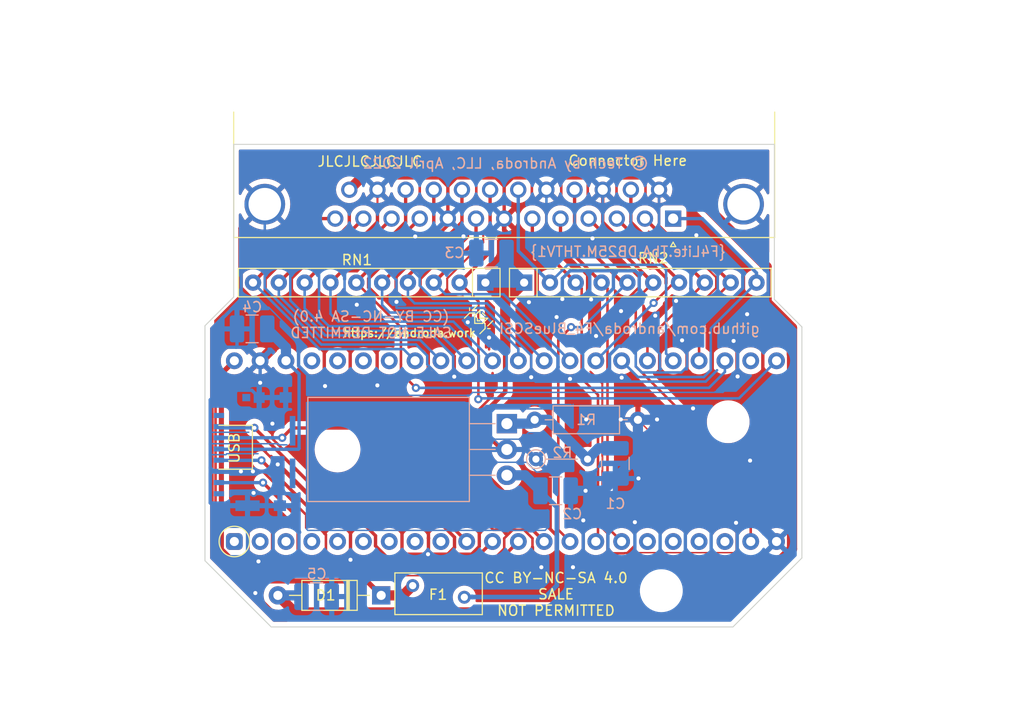
<source format=kicad_pcb>
(kicad_pcb (version 20211014) (generator pcbnew)
  (layers (0 "F.Cu" signal) (31 "B.Cu" signal) (34 "B.Paste" user) (35 "F.Paste" user) (36 "B.SilkS" user "B.Silkscreen") (37 "F.SilkS" user "F.Silkscreen") (38 "B.Mask" user) (39 "F.Mask" user) (44 "Edge.Cuts" user))
  (net 0 "")
  (net 1 "GND")
  (net 2 "+2V8")
  (net 3 "+5V")
  (net 4 "Net-(J5-Pad1)")
  (net 5 "Net-(J5-Pad8)")
  (net 6 "Net-(J5-Pad9)")
  (net 7 "SD_CS")
  (net 8 "SD_CLK")
  (net 9 "SD_MISO")
  (net 10 "SD_MOSI")
  (net 11 "ATN")
  (net 12 "BSY")
  (net 13 "DBP")
  (net 14 "ACK")
  (net 15 "RST")
  (net 16 "MSG")
  (net 17 "SEL")
  (net 18 "CD")
  (net 19 "REQ")
  (net 20 "IO")
  (net 21 "DB7")
  (net 22 "DB6")
  (net 23 "DB5")
  (net 24 "DB4")
  (net 25 "DB3")
  (net 26 "DB2")
  (net 27 "DB1")
  (net 28 "DB0")
  (net 29 "+3V3")
  (net 30 "+5VP")
  (net 31 "+5F")
  (net 32 "Net-(C1-Pad1)")
  (net 33 "Net-(U2-Pad41)")
  (net 34 "Net-(U2-Pad40)")
  (net 35 "Net-(U2-Pad39)")
  (net 36 "Net-(U2-Pad38)")
  (net 37 "Net-(U2-Pad20)")
  (net 38 "Net-(U2-Pad19)")
  (net 39 "Net-(U2-Pad18)")
  (net 40 "Net-(U2-Pad17)")
  (net 41 "Net-(U2-Pad9)")
  (net 42 "Net-(U2-Pad8)")
  (net 43 "Net-(U2-Pad7)")
  (net 44 "Net-(U2-Pad6)")
  (net 45 "Net-(U2-Pad5)")
  (net 46 "Net-(U2-Pad4)")
  (net 47 "Net-(U2-Pad3)")
  (net 48 "Net-(U2-Pad2)")
  (net 49 "Net-(U2-Pad1)")
  (net 50 "Net-(U2-Pad24)")
  (footprint "MountingHole:MountingHole_3.2mm_M3" (layer "F.Cu") (at 151.29002 89.13876)
    (fp_text reference "REF**" hide)
    (fp_text value "MountingHole_3.2mm_M3")
  )
  (footprint "MountingHole:MountingHole_3.2mm_M3" (layer "F.Cu") (at 157.87116 72.52208)
    (fp_text reference "REF**" hide)
    (fp_text value "MountingHole_3.2mm_M3")
  )
  (footprint "CustomFootprints:Fuse_BelFuse_0ZRE0005FF_L8.3mm_W3.8mm" (layer "F.Cu") (at 126.83 88.64)
    (fp_text reference "F1")
    (fp_text value "Polyfuse")
  )
  (footprint "CustomFootprints:SpaceshipBug" (layer "F.Cu") (at 136.49198 62.08014 -90)
    (fp_text reference "REF**" hide)
    (fp_text value "SpaceshipBug" hide)
  )
  (footprint "Resistor_THT:R_Array_SIP10" (layer "F.Cu") (at 133.98246 58.83148 180)
    (fp_text reference "RN1")
    (fp_text value "R_Network09")
  )
  (footprint "Resistor_THT:R_Array_SIP10" (layer "F.Cu") (at 137.79246 58.83148)
    (fp_text reference "RN2")
    (fp_text value "R_Network09")
  )
  (footprint "Diode_THT:D_A-405_P10.16mm_Horizontal" (layer "F.Cu") (at 123.73 89.6 180)
    (fp_text reference "D1")
    (fp_text value "D")
  )
  (footprint "CustomFootprints:F4Lite_Footprint" (layer "F.Cu") (at 106.744675 76.681342 90)
    (fp_text reference "U2" hide)
    (fp_text value "F4Lite_Footprint")
  )
  (footprint "Connector_Dsub:DSUB-25_Male_Horizontal_P2.77x2.84mm_EdgePinOffset7.70mm_Housed_MountingHolesOffset9.12mm" (layer "F.Cu") (at 152.4508 52.53482 180)
    (fp_text reference "J6" hide)
    (fp_text value "DB25_Male_MountingHoles" hide)
  )
  (footprint "Capacitor_SMD:C_1210_3225Metric_Pad1.42x2.65mm_HandSolder" (layer "B.Cu") (at 140.886415 79.310243)
    (fp_text reference "C2")
    (fp_text value "10uF")
  )
  (footprint "Capacitor_SMD:C_1210_3225Metric_Pad1.42x2.65mm_HandSolder" (layer "B.Cu") (at 134.57682 55.92826 180)
    (fp_text reference "C3")
    (fp_text value "10uF")
  )
  (footprint "CustomFootprints:microsd_molex_1051620001" (layer "B.Cu") (at 111.347153 75.561202 90)
    (fp_text reference "J5" hide)
    (fp_text value "MicroSD-105162-0001")
  )
  (footprint "Capacitor_SMD:C_1210_3225Metric_Pad1.42x2.65mm_HandSolder" (layer "B.Cu") (at 146.764914 76.616242 -90)
    (fp_text reference "C1")
    (fp_text value "10uF")
  )
  (footprint "Resistor_THT:R_Axial_DIN0207_L6.3mm_D2.5mm_P10.16mm_Horizontal" (layer "B.Cu") (at 138.827414 72.325242)
    (fp_text reference "R1")
    (fp_text value "154")
  )
  (footprint "Resistor_THT:R_Axial_DIN0204_L3.6mm_D1.6mm_P5.08mm_Vertical" (layer "B.Cu") (at 138.954414 76.198744)
    (fp_text reference "R2")
    (fp_text value "120")
  )
  (footprint "Package_TO_SOT_THT:TO-220-3_Horizontal_TabDown" (layer "B.Cu") (at 136.096914 72.706244 -90)
    (fp_text reference "U1" hide)
    (fp_text value "LD1117VCD-2.85")
  )
  (footprint "Capacitor_SMD:C_1210_3225Metric_Pad1.42x2.65mm_HandSolder" (layer "B.Cu") (at 111.0345 63.38316 180)
    (fp_text reference "C4")
    (fp_text value "10uF")
  )
  (footprint "Capacitor_SMD:C_1210_3225Metric_Pad1.42x2.65mm_HandSolder" (layer "B.Cu") (at 117.3775 89.72)
    (fp_text reference "C5")
    (fp_text value "10uF")
  )
  (gr_line (start 109.22 45.23232) (end 109.22 60.25134) (layer "Edge.Cuts") (width 0.1))
  (gr_line (start 106.39552 86.18982) (end 112.91062 92.70492) (layer "Edge.Cuts") (width 0.1))
  (gr_line (start 112.91062 92.70492) (end 158.33598 92.70492) (layer "Edge.Cuts") (width 0.1))
  (gr_line (start 106.39552 63.07582) (end 106.39552 86.18982) (layer "Edge.Cuts") (width 0.1))
  (gr_line (start 158.33598 92.70492) (end 165.11778 85.92312) (layer "Edge.Cuts") (width 0.1))
  (gr_line (start 109.22 45.23232) (end 162.41014 45.23232) (layer "Edge.Cuts") (width 0.1))
  (gr_line (start 165.11778 85.92312) (end 165.11778 63.18758) (layer "Edge.Cuts") (width 0.1))
  (gr_line (start 165.11778 63.18758) (end 162.41014 60.47994) (layer "Edge.Cuts") (width 0.1))
  (gr_line (start 162.41014 60.47994) (end 162.41014 45.23232) (layer "Edge.Cuts") (width 0.1))
  (gr_line (start 109.22 60.25134) (end 106.39552 63.07582) (layer "Edge.Cuts") (width 0.1))
  (gr_text "(CC BY-NC-SA 4.0)\nSALE NOT PERMITTED" (at 122.73 62.97) (layer "B.SilkS") (effects (font (size 1 1)) (justify mirror)))
  (gr_text "github.com/androda/F4_BlueSCSI" (at 148.15 63.36) (layer "B.SilkS") (effects (font (size 1 1)) (justify mirror)))
  (gr_text "{F4Lite.TbA.DB25M.THTV1}" (at 148.01 55.79) (layer "B.SilkS") (effects (font (size 1 1)) (justify mirror)))
  (gr_text "© Tech by Androda, LLC, April 2022" (at 135.95858 47.09922) (layer "B.SilkS") (effects (font (size 1 1)) (justify mirror)))
  (gr_text "Connector Here" (at 147.99 46.83) (layer "F.SilkS") (effects (font (size 1 1))))
  (gr_text "CC BY-NC-SA 4.0\nSALE\nNOT PERMITTED" (at 140.93 89.49) (layer "F.SilkS") (effects (font (size 1 1))))
  (gr_text "https://androda.work" (at 126.51486 63.78956) (layer "F.SilkS") (effects (font (size 0.8 0.8))))
  (gr_text "JLCJLCJLCJLC" (at 122.62104 46.9138) (layer "F.SilkS") (effects (font (size 1 1))))
  (segment (start 144.51838 54.48046) (end 144.51838 54.48046) (width 0.25) (layer "F.Cu") (net 1))
  (segment (start 149.94382 62.6745) (end 149.94382 62.6745) (width 0.25) (layer "F.Cu") (net 1))
  (segment (start 158.639676 82.459664) (end 158.639676 81.977504) (width 0.14) (layer "F.Cu") (net 1))
  (segment (start 142.30858 68.3006) (end 142.30858 68.3006) (width 0.33) (layer "F.Cu") (net 1))
  (segment (start 143.6116 82.2198) (end 143.6116 77.352132) (width 0.33) (layer "F.Cu") (net 1))
  (segment (start 113.50244 91.57462) (end 113.50244 91.57462) (width 0.25) (layer "F.Cu") (net 1))
  (segment (start 120.711706 86.097634) (end 123.925338 86.097634) (width 0.14) (layer "F.Cu") (net 1))
  (segment (start 112.094176 85.794684) (end 110.864484 85.794684) (width 0.33) (layer "F.Cu") (net 1))
  (segment (start 131.826069 54.279869) (end 132.26288 53.843058) (width 0.2) (layer "F.Cu") (net 1))
  (segment (start 130.91668 68.0847) (end 130.91668 70.55104) (width 0.25) (layer "F.Cu") (net 1))
  (segment (start 127.07874 54.2925) (end 127.25908 54.11216) (width 0.33) (layer "F.Cu") (net 1))
  (segment (start 113.55578 76.71562) (end 116.80698 79.96682) (width 0.25) (layer "F.Cu") (net 1))
  (segment (start 145.5258 49.69482) (end 146.690801 48.529819) (width 0.33) (layer "F.Cu") (net 1))
  (segment (start 141.662841 48.529819) (end 141.44498 48.74768) (width 0.25) (layer "F.Cu") (net 1))
  (segment (start 109.75039 60.26705) (end 107.434655 62.582785) (width 0.25) (layer "F.Cu") (net 1))
  (segment (start 120.4468 64.86144) (end 120.68302 65.09766) (width 0.33) (layer "F.Cu") (net 1))
  (segment (start 144.360799 48.529819) (end 145.5258 49.69482) (width 0.33) (layer "F.Cu") (net 1))
  (segment (start 136.86536 87.53348) (end 138.614674 85.784166) (width 0.14) (layer "F.Cu") (net 1))
  (segment (start 130.94462 83.880085) (end 129.865995 82.80146) (width 0.33) (layer "F.Cu") (net 1))
  (segment (start 124.56922 60.3377) (end 123.51512 60.3377) (width 0.33) (layer "F.Cu") (net 1))
  (segment (start 129.94386 60.2488) (end 130.2258 59.96686) (width 0.2) (layer "F.Cu") (net 1))
  (segment (start 141.150801 48.529819) (end 141.662841 48.529819) (width 0.33) (layer "F.Cu") (net 1))
  (segment (start 158.4 64.57) (end 159.73 63.24) (width 0.2) (layer "F.Cu") (net 1))
  (segment (start 150.377702 56.99252) (end 151.7523 58.367118) (width 0.33) (layer "F.Cu") (net 1))
  (segment (start 159.36722 59.99226) (end 159.36722 57.8993) (width 0.33) (layer "F.Cu") (net 1))
  (segment (start 132.62356 85.54974) (end 133.38302 84.79028) (width 0.33) (layer "F.Cu") (net 1))
  (segment (start 128.33858 85.54974) (end 132.62356 85.54974) (width 0.33) (layer "F.Cu") (net 1))
  (segment (start 116.745139 56.564599) (end 116.841339 56.564599) (width 0.33) (layer "F.Cu") (net 1))
  (segment (start 144.051599 48.529819) (end 144.051599 50.384019) (width 0.25) (layer "F.Cu") (net 1))
  (segment (start 112.919676 85.682924) (end 112.919676 85.794684) (width 0.14) (layer "F.Cu") (net 1))
  (segment (start 113.04524 83.29676) (end 113.04524 85.55736) (width 0.33) (layer "F.Cu") (net 1))
  (segment (start 151.7523 58.367118) (end 151.7523 58.90006) (width 0.33) (layer "F.Cu") (net 1))
  (segment (start 130.2908 52.53482) (end 130.2908 49.355618) (width 0.33) (layer "F.Cu") (net 1))
  (segment (start 140.954676 86.123864) (end 140.954676 83.672596) (width 0.33) (layer "F.Cu") (net 1))
  (segment (start 147.32508 61.6331) (end 147.32508 65.14338) (width 0.25) (layer "F.Cu") (net 1))
  (segment (start 107.434655 85.506835) (end 113.50244 91.57462) (width 0.25) (layer "F.Cu") (net 1))
  (segment (start 138.555039 48.529819) (end 138.555039 50.484461) (width 0.25) (layer "F.Cu") (net 1))
  (segment (start 128.33858 85.54974) (end 125.82398 85.54974) (width 0.33) (layer "F.Cu") (net 1))
  (segment (start 154.174676 67.646343) (end 153.879674 67.351341) (width 0.2) (layer "F.Cu") (net 1))
  (segment (start 146.290344 85.487824) (end 146.340098 85.43807) (width 0.2) (layer "F.Cu") (net 1))
  (segment (start 123.3658 49.69482) (end 123.3658 51.56762) (width 0.2) (layer "F.Cu") (net 1))
  (segment (start 130.2908 53.178938) (end 125.197459 58.272279) (width 0.33) (layer "F.Cu") (net 1))
  (segment (start 134.647739 86.1853) (end 135.834676 84.998363) (width 0.25) (layer "F.Cu") (net 1))
  (segment (start 143.6116 86.17712) (end 143.8402 86.17712) (width 0.25) (layer "F.Cu") (net 1))
  (segment (start 122.73026 68.3641) (end 123.334674 67.759686) (width 0.33) (layer "F.Cu") (net 1))
  (segment (start 133.203802 71.45528) (end 134.68858 69.970502) (width 0.25) (layer "F.Cu") (net 1))
  (segment (start 148.329377 85.396343) (end 148.446217 85.396343) (width 0.2) (layer "F.Cu") (net 1))
  (segment (start 159.73 63.84754) (end 161.274676 65.392216) (width 0.33) (layer "F.Cu") (net 1))
  (segment (start 148.68652 84.664499) (end 148.68652 82.40014) (width 0.2) (layer "F.Cu") (net 1))
  (segment (start 158.4 64.57) (end 157.363236 64.57) (width 0.2) (layer "F.Cu") (net 1))
  (segment (start 152.73782 60.63234) (end 151.98598 60.63234) (width 0.25) (layer "F.Cu") (net 1))
  (segment (start 139.97432 53.08346) (end 139.97432 54.3941) (width 0.33) (layer "F.Cu") (net 1))
  (segment (start 156.672461 59.359481) (end 156.672461 58.303479) (width 0.2) (layer "F.Cu") (net 1))
  (segment (start 130.2908 49.355618) (end 129.465001 48.529819) (width 0.33) (layer "F.Cu") (net 1))
  (segment (start 128.38176 83.96986) (end 128.39192 83.98002) (width 0.33) (layer "F.Cu") (net 1))
  (segment (start 129.865995 82.80146) (end 129.1844 82.80146) (width 0.33) (layer "F.Cu") (net 1))
  (segment (start 148.68652 84.8614) (end 148.68652 85.15604) (width 0.2) (layer "F.Cu") (net 1))
  (segment (start 143.6116 77.352132) (end 142.30858 76.049112) (width 0.33) (layer "F.Cu") (net 1))
  (segment (start 131.82092 71.45528) (end 133.203802 71.45528) (width 0.25) (layer "F.Cu") (net 1))
  (segment (start 120.59158 53.14188) (end 119.3673 54.36616) (width 0.33) (layer "F.Cu") (net 1))
  (segment (start 112.03432 75.19416) (end 113.55578 76.71562) (width 0.25) (layer "F.Cu") (net 1))
  (segment (start 134.083288 86.749751) (end 134.647739 86.1853) (width 0.14) (layer "F.Cu") (net 1))
  (segment (start 131.116599 48.529819) (end 133.086419 48.529819) (width 0.33) (layer "F.Cu") (net 1))
  (segment (start 145.969676 85.487824) (end 146.290344 85.487824) (width 0.2) (layer "F.Cu") (net 1))
  (segment (start 130.91668 72.92848) (end 134.40918 76.42098) (width 0.33) (layer "F.Cu") (net 1))
  (segment (start 138.48588 68.1355) (end 138.48588 62.765) (width 0.25) (layer "F.Cu") (net 1))
  (segment (start 128.360608 63.516072) (end 128.360608 67.722312) (width 0.33) (layer "F.Cu") (net 1))
  (segment (start 120.68302 65.09766) (end 120.68302 67.7418) (width 0.33) (layer "F.Cu") (net 1))
  (segment (start 138.614674 85.784166) (end 138.614674 84.853343) (width 0.14) (layer "F.Cu") (net 1))
  (segment (start 127.62484 60.2488) (end 129.94386 60.2488) (width 0.2) (layer "F.Cu") (net 1))
  (segment (start 133.086419 48.529819) (end 135.005001 48.529819) (width 0.33) (layer "F.Cu") (net 1))
  (segment (start 145.484425 68.761185) (end 144.31264 67.5894) (width 0.2) (layer "F.Cu") (net 1))
  (segment (start 116.403578 54.36616) (end 112.31626 58.453478) (width 0.33) (layer "F.Cu") (net 1))
  (segment (start 145.5258 52.874022) (end 149.644298 56.99252) (width 0.33) (layer "F.Cu") (net 1))
  (segment (start 148.151577 85.396343) (end 148.68652 84.8614) (width 0.2) (layer "F.Cu") (net 1))
  (segment (start 148.111483 85.396343) (end 148.151577 85.396343) (width 0.2) (layer "F.Cu") (net 1))
  (segment (start 110.8202 75.19416) (end 112.03432 75.19416) (width 0.25) (layer "F.Cu") (net 1))
  (segment (start 133.861111 87.659909) (end 135.438451 87.659909) (width 0.14) (layer "F.Cu") (net 1))
  (segment (start 135.8308 52.53482) (end 135.8308 49.355618) (width 0.33) (layer "F.Cu") (net 1))
  (segment (start 120.59158 51.82108) (end 120.59158 53.14188) (width 0.33) (layer "F.Cu") (net 1))
  (segment (start 109.897459 53.498161) (end 109.897459 59.367639) (width 0.45) (layer "F.Cu") (net 1))
  (segment (start 123.334674 67.759686) (end 123.334674 65.483634) (width 0.33) (layer "F.Cu") (net 1))
  (segment (start 123.3658 52.874022) (end 120.351352 55.88847) (width 0.33) (layer "F.Cu") (net 1))
  (segment (start 118.294674 86.097634) (end 120.711706 86.097634) (width 0.14) (layer "F.Cu") (net 1))
  (segment (start 158.420274 85.396343) (end 158.639676 85.176941) (width 0.14) (layer "F.Cu") (net 1))
  (segment (start 129.063819 57.042119) (end 131.826069 54.279869) (width 0.2) (layer "F.Cu") (net 1))
  (segment (start 156.672461 58.303479) (end 154.335532 55.96655) (width 0.2) (layer "F.Cu") (net 1))
  (segment (start 111.824675 66.521342) (end 113.695373 68.39204) (width 0.33) (layer "F.Cu") (net 1))
  (segment (start 134.759061 83.151341) (end 127.04318 75.43546) (width 0.25) (layer "F.Cu") (net 1))
  (segment (start 113.04938 62.51956) (end 113.02906 62.49924) (width 1) (layer "F.Cu") (net 1))
  (segment (start 138.614674 85.548994) (end 139.2428 86.17712) (width 0.33) (layer "F.Cu") (net 1))
  (segment (start 138.48588 62.765) (end 139.01834 62.23254) (width 0.25) (layer "F.Cu") (net 1))
  (segment (start 151.0658 49.69482) (end 151.0658 53.226842) (width 0.25) (layer "F.Cu") (net 1))
  (segment (start 145.266442 54.48046) (end 144.51838 54.48046) (width 0.25) (layer "F.Cu") (net 1))
  (segment (start 130.2908 52.53482) (end 130.2908 53.178938) (width 0.33) (layer "F.Cu") (net 1))
  (segment (start 112.919676 85.794684) (end 112.094176 85.794684) (width 0.33) (layer "F.Cu") (net 1))
  (segment (start 112.919676 85.794684) (end 112.919676 86.851656) (width 0.14) (layer "F.Cu") (net 1))
  (segment (start 123.3658 52.777822) (end 120.217712 55.92591) (width 0.2) (layer "F.Cu") (net 1))
  (segment (start 149.077461 59.315034) (end 149.077461 58.291479) (width 0.25) (layer "F.Cu") (net 1))
  (segment (start 128.38176 83.96986) (end 128.38176 85.50656) (width 0.33) (layer "F.Cu") (net 1))
  (segment (start 158.734676 65.422696) (end 158.734676 67.688376) (width 0.33) (layer "F.Cu") (net 1))
  (segment (start 136.672674 83.151341) (end 137.776676 83.151341) (width 0.25) (layer "F.Cu") (net 1))
  (segment (start 112.33404 58.531898) (end 112.33404 59.60872) (width 0.2) (layer "F.Cu") (net 1))
  (segment (start 151.12492 66.52768) (end 151.12492 65.25514) (width 0.33) (layer "F.Cu") (net 1))
  (segment (start 147.954676 85.396343) (end 147.912949 85.43807) (width 0.2) (layer "F.Cu") (net 1))
  (segment (start 148.700763 85.396343) (end 147.954676 85.396343) (width 0.2) (layer "F.Cu") (net 1))
  (segment (start 159.73 63.24) (end 159.73 61.94) (width 0.2) (layer "F.Cu") (net 1))
  (segment (start 158.4 64.57) (end 158.4 65.08802) (width 0.33) (layer "F.Cu") (net 1))
  (segment (start 144.8689 64.08166) (end 144.8689 60.9727) (width 0.25) (layer "F.Cu") (net 1))
  (segment (start 133.086419 48.529819) (end 133.086419 50.865461) (width 0.25) (layer "F.Cu") (net 1))
  (segment (start 139.97432 53.08346) (end 139.97432 51.79314) (width 0.25) (layer "F.Cu") (net 1))
  (segment (start 141.44498 48.74768) (end 141.44498 50.24628) (width 0.25) (layer "F.Cu") (net 1))
  (segment (start 145.969676 85.891684) (end 145.969676 85.487824) (width 0.2) (layer "F.Cu") (net 1))
  (segment (start 159.73 61.94) (end 159.73 63.84754) (width 0.33) (layer "F.Cu") (net 1))
  (segment (start 143.997461 60.101261) (end 143.997461 58.109459) (width 0.25) (layer "F.Cu") (net 1))
  (segment (start 139.97432 54.086318) (end 139.97432 53.08346) (width 0.25) (layer "F.Cu") (net 1))
  (segment (start 148.329377 85.396343) (end 148.329377 85.363323) (width 0.2) (layer "F.Cu") (net 1))
  (segment (start 125.197459 59.709461) (end 124.56922 60.3377) (width 0.33) (layer "F.Cu") (net 1))
  (segment (start 116.499778 54.36616) (end 112.33404 58.531898) (width 0.2) (layer "F.Cu") (net 1))
  (segment (start 136.672674 83.151341) (end 134.759061 83.151341) (width 0.25) (layer "F.Cu") (net 1))
  (segment (start 146.290344 85.487824) (end 147.598518 85.487824) (width 0.2) (layer "F.Cu") (net 1))
  (segment (start 134.40918 78.00925) (end 135.82065 79.42072) (width 0.33) (layer "F.Cu") (net 1))
  (segment (start 113.02906 65.316957) (end 113.02906 64.86238) (width 1) (layer "F.Cu") (net 1))
  (segment (start 144.051599 48.529819) (end 144.360799 48.529819) (width 0.33) (layer "F.Cu") (net 1))
  (segment (start 135.005001 48.529819) (end 135.8308 49.355618) (width 0.33) (layer "F.Cu") (net 1))
  (segment (start 127.04318 75.43546) (end 122.73788 75.43546) (width 0.25) (layer "F.Cu") (net 1))
  (segment (start 149.644298 56.99252) (end 150.377702 56.99252) (width 0.33) (layer "F.Cu") (net 1))
  (segment (start 130.91668 70.55104) (end 131.82092 71.45528) (width 0.25) (layer "F.Cu") (net 1))
  (segment (start 148.68652 84.664499) (end 148.68652 84.8614) (width 0.2) (layer "F.Cu") (net 1))
  (segment (start 130.94462 84.882597) (end 130.94462 83.880085) (width 0.33) (layer "F.Cu") (net 1))
  (segment (start 113.04524 85.55736) (end 112.919676 85.682924) (width 0.33) (layer "F.Cu") (net 1))
  (segment (start 138.820799 48.529819) (end 139.9858 49.69482) (width 0.33) (layer "F.Cu") (net 1))
  (segment (start 135.8308 53.66619) (end 139.01834 56.85373) (width 0.45) (layer "F.Cu") (net 1))
  (segment (start 140.90142 86.17712) (end 143.6116 86.17712) (width 0.25) (layer "F.Cu") (net 1))
  (segment (start 123.3658 51.56762) (end 123.3658 52.777822) (width 0.2) (layer "F.Cu") (net 1))
  (segment (start 141.662841 48.529819) (end 144.051599 48.529819) (width 0.33) (layer "F.Cu") (net 1))
  (segment (start 125.197459 59.633261) (end 125.197459 59.709461) (width 0.33) (layer "F.Cu") (net 1))
  (segment (start 125.197459 58.272279) (end 125.197459 59.633261) (width 0.33) (layer "F.Cu") (net 1))
  (segment (start 149.077461 58.291479) (end 145.266442 54.48046) (width 0.25) (layer "F.Cu") (net 1))
  (segment (start 149.732421 48.529819) (end 149.900799 48.529819) (width 0.33) (layer "F.Cu") (net 1))
  (segment (start 140.954676 83.672596) (end 140.0556 82.77352) (width 0.33) (layer "F.Cu") (net 1))
  (segment (start 148.68652 85.15604) (end 148.68652 85.3821) (width 0.2) (layer "F.Cu") (net 1))
  (segment (start 154.40914 71.20636) (end 154.40914 68.5673) (width 0.33) (layer "F.Cu") (net 1))
  (segment (start 123.685758 57.24398) (end 124.12726 57.24398) (width 0.33) (layer "F.Cu") (net 1))
  (segment (start 128.865561 57.042119) (end 127.69342 58.21426) (width 0.33) (layer "F.Cu") (net 1))
  (segment (start 115.37188 62.51956) (end 113.04938 62.51956) (width 1) (layer "F.Cu") (net 1))
  (segment (start 130.277477 85.54974) (end 130.94462 84.882597) (width 0.33) (layer "F.Cu") (net 1))
  (segment (start 148.111483 85.396343) (end 148.329377 85.396343) (width 0.14) (layer "F.Cu") (net 1))
  (segment (start 117.480028 55.92591) (end 116.841339 56.564599) (width 0.2) (layer "F.Cu") (net 1))
  (segment (start 107.434655 62.582785) (end 107.434655 85.506835) (width 0.25) (layer "F.Cu") (net 1))
  (segment (start 151.12492 67.92214) (end 151.12492 66.52768) (width 0.33) (layer "F.Cu") (net 1))
  (segment (start 147.32508 61.6331) (end 147.32508 61.067415) (width 0.25) (layer "F.Cu") (net 1))
  (segment (start 113.695373 68.39204) (end 117.57406 68.39204) (width 0.33) (layer "F.Cu") (net 1))
  (segment (start 159.73 60.35504) (end 159.36722 59.99226) (width 0.33) (layer "F.Cu") (net 1))
  (segment (start 138.614674 83.989339) (end 138.614674 84.853343) (width 0.25) (layer "F.Cu") (net 1))
  (segment (start 123.3658 49.69482) (end 121.99392 51.0667) (width 0.2) (layer "F.Cu") (net 1))
  (segment (start 112.919676 80.38946) (end 112.919676 82.787656) (width 0.14) (layer "F.Cu") (net 1))
  (segment (start 120.711706 86.097634) (end 120.711706 83.043506) (width 0.33) (layer "F.Cu") (net 1))
  (segment (start 112.919676 83.171196) (end 113.04524 83.29676) (width 0.33) (layer "F.Cu") (net 1))
  (segment (start 110.79687 60.26705) (end 113.02906 62.49924) (width 0.45) (layer "F.Cu") (net 1))
  (segment (start 146.340098 85.43807) (end 147.912949 85.43807) (width 0.2) (layer "F.Cu") (net 1))
  (segment (start 154.40914 71.20636) (end 151.12492 67.92214) (width 0.33) (layer "F.Cu") (net 1))
  (segment (start 139.2428 86.17712) (end 140.90142 86.17712) (width 0.33) (layer "F.Cu") (net 1))
  (segment (start 147.32508 61.067415) (end 149.077461 59.315034) (width 0.25) (layer "F.Cu") (net 1))
  (segment (start 113.02906 65.316957) (end 111.824675 66.521342) (width 1) (layer "F.Cu") (net 1))
  (segment (start 149.732421 48.529819) (end 149.732421 50.315439) (width 0.25) (layer "F.Cu") (net 1))
  (segment (start 135.8308 49.355618) (end 136.656599 48.529819) (width 0.33) (layer "F.Cu") (net 1))
  (segment (start 135.82065 79.42072) (end 136.64692 79.42072) (width 0.33) (layer "F.Cu") (net 1))
  (segment (start 145.969676 85.487824) (end 145.969676 83.487397) (width 0.2) (layer "F.Cu") (net 1))
  (segment (start 113.02906 62.49924) (end 113.02906 65.316957) (width 1) (layer "F.Cu") (net 1))
  (segment (start 125.77826 85.50402) (end 125.77826 83.54822) (width 0.33) (layer "F.Cu") (net 1))
  (segment (start 121.99392 51.0667) (end 121.34596 51.0667) (width 0.2) (layer "F.Cu") (net 1))
  (segment (start 153.879674 62.152268) (end 156.672461 59.359481) (width 0.2) (layer "F.Cu") (net 1))
  (segment (start 143.6116 86.17712) (end 145.68424 86.17712) (width 0.2) (layer "F.Cu") (net 1))
  (segment (start 120.217712 55.92591) (end 117.480028 55.92591) (width 0.2) (layer "F.Cu") (net 1))
  (segment (start 118.73738 64.86144) (end 120.4468 64.86144) (width 0.33) (layer "F.Cu") (net 1))
  (segment (start 136.656599 48.529819) (end 138.555039 48.529819) (width 0.33) (layer "F.Cu") (net 1))
  (segment (start 148.700763 85.396343) (end 158.420274 85.396343) (width 0.14) (layer "F.Cu") (net 1))
  (segment (start 130.2258 59.96686) (end 130.2258 58.420138) (width 0.2) (layer "F.Cu") (net 1))
  (segment (start 109.897459 59.367639) (end 110.79687 60.26705) (width 0.45) (layer "F.Cu") (net 1))
  (segment (start 135.8308 52.53482) (end 135.8308 53.66619) (width 0.45) (layer "F.Cu") (net 1))
  (segment (start 137.776676 83.151341) (end 138.614674 83.989339) (width 0.25) (layer "F.Cu") (net 1))
  (segment (start 116.745139 56.564599) (end 114.8969 58.412838) (width 0.33) (layer "F.Cu") (net 1))
  (segment (start 124.530801 48.529819) (end 123.3658 49.69482) (width 0.33) (layer "F.Cu") (net 1))
  (segment (start 122.4915 58.438238) (end 123.685758 57.24398) (width 0.33) (layer "F.Cu") (net 1))
  (segment (start 134.40918 76.42098) (end 134.40918 78.00925) (width 0.33) (layer "F.Cu") (net 1))
  (segment (start 123.3658 51.56762) (end 123.3658 52.874022) (width 0.33) (layer "F.Cu") (net 1))
  (segment (start 147.912949 85.43807) (end 148.68652 84.664499) (width 0.2) (layer "F.Cu") (net 1))
  (segment (start 140.90142 86.17712) (end 140.954676 86.123864) (width 0.33) (layer "F.Cu") (net 1))
  (segment (start 127.522661 48.529819) (end 127.522661 50.847681) (width 0.25) (layer "F.Cu") (net 1))
  (segment (start 125.82398 85.54974) (end 125.77826 85.50402) (width 0.33) (layer "F.Cu") (net 1))
  (segment (start 151.98598 60.63234) (end 149.94382 62.6745) (width 0.25) (layer "F.Cu") (net 1))
  (segment (start 128.33858 85.54974) (end 130.277477 85.54974) (width 0.33) (layer "F.Cu") (net 1))
  (segment (start 148.329377 85.396343) (end 148.700763 85.396343) (width 0.14) (layer "F.Cu") (net 1))
  (segment (start 112.2808 51.11482) (end 109.897459 53.498161) (width 0.45) (layer "F.Cu") (net 1))
  (segment (start 117.57406 68.39204) (end 118.13286 67.83324) (width 0.33) (layer "F.Cu") (net 1))
  (segment (start 118.13286 67.83324) (end 118.13286 65.46596) (width 0.33) (layer "F.Cu") (net 1))
  (segment (start 142.30858 76.049112) (end 142.30858 68.3006) (width 0.33) (layer "F.Cu") (net 1))
  (segment (start 152.21223 55.96655) (end 150.04796 53.80228) (width 0.2) (layer "F.Cu") (net 1))
  (segment (start 119.3673 54.36616) (end 116.499778 54.36616) (width 0.2) (layer "F.Cu") (net 1))
  (segment (start 145.68424 86.17712) (end 145.969676 85.891684) (width 0.2) (layer "F.Cu") (net 1))
  (segment (start 115.37188 62.51956) (end 114.43716 62.51956) (width 1) (layer "F.Cu") (net 1))
  (segment (start 144.38122 60.48502) (end 143.997461 60.101261) (width 0.25) (layer "F.Cu") (net 1))
  (segment (start 112.31626 58.453478) (end 112.31626 59.7662) (width 0.33) (layer "F.Cu") (net 1))
  (segment (start 143.997461 58.109459) (end 139.97432 54.086318) (width 0.25) (layer "F.Cu") (net 1))
  (segment (start 143.6116 86.17712) (end 143.6116 82.2198) (width 0.33) (layer "F.Cu") (net 1))
  (segment (start 147.689999 85.396343) (end 148.111483 85.396343) (width 0.14) (layer "F.Cu") (net 1))
  (segment (start 134.34441 64.24041) (end 134.34441 61.91631) (width 0.25) (layer "F.Cu") (net 1))
  (segment (start 149.900799 48.529819) (end 151.0658 49.69482) (width 0.33) (layer "F.Cu") (net 1))
  (segment (start 139.97432 54.3941) (end 142.93342 57.3532) (width 0.33) (layer "F.Cu") (net 1))
  (segment (start 138.614674 84.853343) (end 138.614674 85.548994) (width 0.33) (layer "F.Cu") (net 1))
  (segment (start 113.727929 87.659909) (end 133.861111 87.659909) (width 0.14) (layer "F.Cu") (net 1))
  (segment (start 154.40914 68.5673) (end 153.814674 67.972834) (width 0.33) (layer "F.Cu") (net 1))
  (segment (start 148.68652 85.3821) (end 148.700763 85.396343) (width 0.2) (layer "F.Cu") (net 1))
  (segment (start 119.3673 54.36616) (end 116.403578 54.36616) (width 0.33) (layer "F.Cu") (net 1))
  (segment (start 113.03 74.193842) (end 114.103978 75.26782) (width 0.25) (layer "F.Cu") (net 1))
  (segment (start 123.925338 86.097634) (end 124.577454 86.749751) (width 0.14) (layer "F.Cu") (net 1))
  (segment (start 135.834676 83.989339) (end 136.672674 83.151341) (width 0.25) (layer "F.Cu") (net 1))
  (segment (start 129.465001 48.529819) (end 127.522661 48.529819) (width 0.33) (layer "F.Cu") (net 1))
  (segment (start 127.520716 60.352924) (end 127.62484 60.2488) (width 0.2) (layer "F.Cu") (net 1))
  (segment (start 156.297998 65.635238) (end 156.297998 67.427742) (width 0.33) (layer "F.Cu") (net 1))
  (segment (start 139.9858 49.69482) (end 141.150801 48.529819) (width 0.33) (layer "F.Cu") (net 1))
  (segment (start 112.919676 86.851656) (end 113.727929 87.659909) (width 0.14) (layer "F.Cu") (net 1))
  (segment (start 114.8969 59.51728) (end 114.95786 59.57824) (width 0.33) (layer "F.Cu") (net 1))
  (segment (start 128.38176 82.84464) (end 128.38176 83.0453) (width 0.25) (layer "F.Cu") (net 1))
  (segment (start 118.294674 83.622552) (end 118.294674 86.097634) (width 0.25) (layer "F.Cu") (net 1))
  (segment (start 130.91668 67.3735) (end 130.91668 72.92848) (width 0.33) (layer "F.Cu") (net 1))
  (segment (start 110.634674 85.564874) (end 110.634674 83.075886) (width 0.33) (layer "F.Cu") (net 1))
  (segment (start 114.43716 62.51956) (end 113.74882 63.2079) (width 1) (layer "F.Cu") (net 1))
  (segment (start 127.62484 58.481098) (end 129.063819 57.042119) (width 0.2) (layer "F.Cu") (net 1))
  (segment (start 144.8689 60.9727) (end 144.38122 60.48502) (width 0.25) (layer "F.Cu") (net 1))
  (segment (start 146.690801 48.529819) (end 146.881159 48.529819) (width 0.33) (layer "F.Cu") (net 1))
  (segment (start 145.969676 83.487397) (end 145.484425 83.002146) (width 0.2) (layer "F.Cu") (net 1))
  (segment (start 151.806338 53.96738) (end 152.40508 53.96738) (width 0.25) (layer "F.Cu") (net 1))
  (segment (start 114.8969 58.412838) (end 114.8969 59.51728) (width 0.33) (layer "F.Cu") (net 1))
  (segment (start 145.484425 83.002146) (end 145.484425 68.761185) (width 0.2) (layer "F.Cu") (net 1))
  (segment (start 127.62484 60.2488) (end 127.62484 58.481098) (width 0.2) (layer "F.Cu") (net 1))
  (segment (start 109.931418 77.401202) (end 109.931418 76.082942) (width 0.25) (layer "F.Cu") (net 1))
  (segment (start 158.639676 85.176941) (end 158.639676 82.459664) (width 0.14) (layer "F.Cu") (net 1))
  (segment (start 159.73 61.94) (end 159.73 60.35504) (width 0.33) (layer "F.Cu") (net 1))
  (segment (start 111.112518 77.401202) (end 112.073324 77.401202) (width 0.25) (layer "F.Cu") (net 1))
  (segment (start 121.34596 51.0667) (end 120.59158 51.82108) (width 0.2) (layer "F.Cu") (net 1))
  (segment (start 154.335532 55.96655) (end 152.21223 55.96655) (width 0.2) (layer "F.Cu") (net 1))
  (segment (start 116.841339 56.564599) (end 117.415028 55.99091) (width 0.33) (layer "F.Cu") (net 1))
  (segment (start 138.555039 48.529819) (end 138.820799 48.529819) (width 0.33) (layer "F.Cu") (net 1))
  (segment (start 153.814674 67.972834) (end 153.814674 65.392194) (width 0.33) (layer "F.Cu") (net 1))
  (segment (start 120.351352 55.88847) (end 119.376697 55.88847) (width 0.33) (layer "F.Cu") (net 1))
  (segment (start 125.197459 60.352924) (end 127.520716 60.352924) (width 0.2) (layer "F.Cu") (net 1))
  (segment (start 148.329377 85.363323) (end 148.58238 85.11032) (width 0.2) (layer "F.Cu") (net 1))
  (segment (start 113.02906 64.86238) (end 115.37188 62.51956) (width 1) (layer "F.Cu") (net 1))
  (segment (start 130.91668 66.072145) (end 130.91668 67.3735) (width 0.33) (layer "F.Cu") (net 1))
  (segment (start 158.639676 81.977504) (end 148.987414 72.325242) (width 0.14) (layer "F.Cu") (net 1))
  (segment (start 120.68302 67.7418) (end 121.30532 68.3641) (width 0.33) (layer "F.Cu") (net 1))
  (segment (start 146.881159 48.529819) (end 149.732421 48.529819) (width 0.33) (layer "F.Cu") (net 1))
  (segment (start 151.0658 53.226842) (end 151.806338 53.96738) (width 0.25) (layer "F.Cu") (net 1))
  (segment (start 139.01834 56.85373) (end 139.01834 62.23254) (width 0.45) (layer "F.Cu") (net 1))
  (segment (start 128.38176 85.50656) (end 128.33858 85.54974) (width 0.33) (layer "F.Cu") (net 1))
  (segment (start 135.834676 84.998363) (end 135.834676 83.989339) (width 0.25) (layer "F.Cu") (net 1))
  (segment (start 122.4915 59.31408) (end 122.4915 58.438238) (width 0.33) (layer "F.Cu") (net 1))
  (segment (start 146.881159 48.529819) (end 146.881159 50.636861) (width 0.25) (layer "F.Cu") (net 1))
  (segment (start 145.5258 49.69482) (end 145.5258 52.874022) (width 0.33) (layer "F.Cu") (net 1))
  (segment (start 110.79687 60.26705) (end 109.75039 60.26705) (width 0.25) (layer "F.Cu") (net 1))
  (segment (start 130.2258 58.420138) (end 133.7691 54.876838) (width 0.2) (layer "F.Cu") (net 1))
  (segment (start 148.446217 85.396343) (end 148.68652 85.15604) (width 0.2) (layer "F.Cu") (net 1))
  (segment (start 113.03 72.7075) (end 113.03 74.193842) (width 0.25) (layer "F.Cu") (net 1))
  (segment (start 133.38302 84.79028) (end 133.38302 83.47964) (width 0.33) (layer "F.Cu") (net 1))
  (segment (start 109.931418 76.082942) (end 110.8202 75.19416) (width 0.25) (layer "F.Cu") (net 1))
  (segment (start 129.063819 57.042119) (end 128.865561 57.042119) (width 0.33) (layer "F.Cu") (net 1))
  (segment (start 128.38176 83.0453) (end 128.38176 83.96986) (width 0.33) (layer "F.Cu") (net 1))
  (segment (start 125.197459 60.352924) (end 128.360608 63.516072) (width 0.33) (layer "F.Cu") (net 1))
  (segment (start 124.12726 57.24398) (end 127.07874 54.2925) (width 0.33) (layer "F.Cu") (net 1))
  (segment (start 157.363236 64.57) (end 156.297998 65.635238) (width 0.2) (layer "F.Cu") (net 1))
  (segment (start 118.13286 65.46596) (end 118.73738 64.86144) (width 0.33) (layer "F.Cu") (net 1))
  (segment (start 123.51512 60.3377) (end 122.4915 59.31408) (width 0.33) (layer "F.Cu") (net 1))
  (segment (start 134.68858 69.970502) (end 134.68858 67.73418) (width 0.25) (layer "F.Cu") (net 1))
  (segment (start 130.91668 67.3735) (end 130.91668 68.0847) (width 0.25) (layer "F.Cu") (net 1))
  (segment (start 117.415028 55.99091) (end 118.293483 55.99091) (width 0.33) (layer "F.Cu") (net 1))
  (segment (start 125.197459 59.633261) (end 125.197459 60.352924) (width 0.33) (layer "F.Cu") (net 1))
  (segment (start 112.919676 82.787656) (end 112.919676 83.171196) (width 0.33) (layer "F.Cu") (net 1))
  (segment (start 124.577454 86.749751) (end 134.083288 86.749751) (width 0.14) (layer "F.Cu") (net 1))
  (segment (start 134.34441 64.24041) (end 134.34441 65.39865) (width 0.25) (layer "F.Cu") (net 1))
  (segment (start 114.103978 75.26782) (end 116.80952 75.26782) (width 0.25) (layer "F.Cu") (net 1))
  (segment (start 110.864484 85.794684) (end 110.634674 85.564874) (width 0.33) (layer "F.Cu") (net 1))
  (segment (start 118.294674 86.097634) (end 118.38234 86.1853) (width 0.25) (layer "F.Cu") (net 1))
  (segment (start 161.274676 65.392216) (end 161.274676 67.764576) (width 0.33) (layer "F.Cu") (net 1))
  (segment (start 112.073324 77.401202) (end 118.294674 83.622552) (width 0.25) (layer "F.Cu") (net 1))
  (segment (start 121.30532 68.3641) (end 122.73026 68.3641) (width 0.33) (layer "F.Cu") (net 1))
  (segment (start 133.7691 54.876838) (end 133.7691 53.87594) (width 0.2) (layer "F.Cu") (net 1))
  (segment (start 127.522661 48.529819) (end 124.530801 48.529819) (width 0.33) (layer "F.Cu") (net 1))
  (segment (start 130.2908 49.355618) (end 131.116599 48.529819) (width 0.33) (layer "F.Cu") (net 1))
  (segment (start 158.4 65.08802) (end 158.734676 65.422696) (width 0.33) (layer "F.Cu") (net 1))
  (segment (start 128.360608 63.516072) (end 130.91668 66.072145) (width 0.33) (layer "F.Cu") (net 1))
  (via (at 150.86838 72.29348) (size 0.8) (drill 0.4) (layers "F.Cu" "B.Cu") (net 1))
  (via (at 160.02 76.3397) (size 0.8) (drill 0.4) (layers "F.Cu" "B.Cu") (net 1))
  (via (at 154.73426 54.17058) (size 0.8) (drill 0.4) (layers "F.Cu" "B.Cu") (net 1))
  (via (at 150.69312 62.08522) (size 0.8) (drill 0.4) (layers "F.Cu" "B.Cu") (net 1))
  (via (at 147.30222 72.29348) (size 0.8) (drill 0.4) (layers "F.Cu" "B.Cu") (net 1))
  (via (at 113.03 72.7075) (size 0.8) (drill 0.4) (layers "F.Cu" "B.Cu") (net 1))
  (via (at 142.30858 68.3006) (size 0.8) (drill 0.4) (layers "F.Cu" "B.Cu") (net 1))
  (via (at 109.931418 77.401202) (size 0.8) (drill 0.4) (layers "F.Cu" "B.Cu") (net 1))
  (via (at 143.838917 79.310243) (size 0.8) (drill 0.4) (layers "F.Cu" "B.Cu") (net 1))
  (via (at 111.112518 77.401202) (size 0.8) (drill 0.4) (layers "F.Cu" "B.Cu") (net 1))
  (via (at 123.3551 68.94068) (size 0.8) (drill 0.4) (layers "F.Cu" "B.Cu") (net 1))
  (via (at 149.04212 78.09484) (size 0.8) (drill 0.4) (layers "F.Cu" "B.Cu") (net 1))
  (via (at 130.91668 68.0847) (size 0.8) (drill 0.4) (layers "F.Cu" "B.Cu") (net 1))
  (via (at 134.34441 64.24041) (size 0.8) (drill 0.4) (layers "F.Cu" "B.Cu") (net 1))
  (via (at 140.98778 62.22238) (size 0.8) (drill 0.4) (layers "F.Cu" "B.Cu") (net 1))
  (via (at 138.2649 60.75426) (size 0.8) (drill 0.4) (layers "F.Cu" "B.Cu") (net 1))
  (via (at 152.73782 60.63234) (size 0.8) (drill 0.4) (layers "F.Cu" "B.Cu") (net 1))
  (via (at 131.826069 54.279869) (size 0.8) (drill 0.4) (layers "F.Cu" "B.Cu") (net 1))
  (via (at 132.24764 62.72784) (size 0.8) (drill 0.4) (layers "F.Cu" "B.Cu") (net 1))
  (via (at 153.33 64.51) (size 0.8) (drill 0.4) (layers "F.Cu" "B.Cu") (net 1))
  (via (at 158.4 64.57) (size 0.8) (drill 0.4) (layers "F.Cu" "B.Cu") (net 1))
  (via (at 128.33858 85.54974) (size 0.8) (drill 0.4) (layers "F.Cu" "B.Cu") (net 1))
  (via (at 154.40914 71.20636) (size 0.8) (drill 0.4) (layers "F.Cu" "B.Cu") (net 1))
  (via (at 144.51838 54.48046) (size 0.8) (drill 0.4) (layers "F.Cu" "B.Cu") (net 1))
  (via (at 125.237459 60.726101) (size 0.8) (drill 0.4) (layers "F.Cu" "B.Cu") (net 1))
  (via (at 143.6116 82.2198) (size 0.8) (drill 0.4) (layers "F.Cu" "B.Cu") (net 1))
  (via (at 139.48664 86.8299) (size 0.8) (drill 0.4) (layers "F.Cu" "B.Cu") (net 1))
  (via (at 138.48588 68.1355) (size 0.8) (drill 0.4) (layers "F.Cu" "B.Cu") (net 1))
  (via (at 111.1758 79.51978) (size 0.8) (drill 0.4) (layers "F.Cu" "B.Cu") (net 1))
  (via (at 159.73 61.94) (size 0.8) (drill 0.4) (layers "F.Cu" "B.Cu") (net 1))
  (via (at 144.38122 60.48502) (size 0.8) (drill 0.4) (layers "F.Cu" "B.Cu") (net 1))
  (via (at 113.55578 76.71562) (size 0.8) (drill 0.4) (layers "F.Cu" "B.Cu") (net 1))
  (via (at 142.59814 86.8299) (size 0.8) (drill 0.4) (layers "F.Cu" "B.Cu") (net 1))
  (via (at 148.68652 82.40014) (size 0.8) (drill 0.4) (layers "F.Cu" "B.Cu") (net 1))
  (via (at 120.711706 86.097634) (size 0.8) (drill 0.4) (layers "F.Cu" "B.Cu") (net 1))
  (via (at 158.79318 68.06692) (size 0.8) (drill 0.4) (layers "F.Cu" "B.Cu") (net 1))
  (via (at 111.35 89.37) (size 0.8) (drill 0.4) (layers "F.Cu" "B.Cu") (net 1))
  (via (at 144.8689 64.08166) (size 0.8) (drill 0.4) (layers "F.Cu" "B.Cu") (net 1))
  (via (at 121.33072 61.00826) (size 0.8) (drill 0.4) (layers "F.Cu" "B.Cu") (net 1))
  (via (at 141.55166 60.44946) (size 0.8) (drill 0.4) (layers "F.Cu" "B.Cu") (net 1))
  (via (at 143.89862 72.28586) (size 0.8) (drill 0.4) (layers "F.Cu" "B.Cu") (net 1))
  (via (at 158.639676 82.459664) (size 0.8) (drill 0.4) (layers "F.Cu" "B.Cu") (net 1))
  (via (at 111.824675 68.685505) (size 0.8) (drill 0.4) (layers "F.Cu" "B.Cu") (net 1))
  (via (at 147.32508 61.6331) (size 0.8) (drill 0.4) (layers "F.Cu" "B.Cu") (net 1))
  (via (at 147.38858 68.17868) (size 0.8) (drill 0.4) (layers "F.Cu" "B.Cu") (net 1))
  (via (at 118.20652 69.00672) (size 0.8) (drill 0.4) (layers "F.Cu" "B.Cu") (net 1))
  (via (at 127.07874 54.2925) (size 0.8) (drill 0.4) (layers "F.Cu" "B.Cu") (net 1))
  (via (at 111.6584 86.25586) (size 0.8) (drill 0.4) (layers "F.Cu" "B.Cu") (net 1))
  (segment (start 111.112518 77.401202) (end 112.820151 77.401202) (width 0.33) (layer "B.Cu") (net 1))
  (segment (start 109.931418 77.401202) (end 111.112518 77.401202) (width 0.33) (layer "B.Cu") (net 1))
  (segment (start 138.48588 68.1355) (end 138.48588 68.1355) (width 0.25) (layer "B.Cu") (net 1))
  (segment (start 144.8689 64.08166) (end 144.87652 64.08166) (width 0.25) (layer "B.Cu") (net 1))
  (segment (start 147.32508 61.6331) (end 149.077461 59.880719) (width 0.25) (layer "B.Cu") (net 1))
  (segment (start 134.34441 64.24041) (end 136.074674 65.970674) (width 0.25) (layer "B.Cu") (net 1))
  (segment (start 158.42615 68.55587) (end 157.349901 69.632119) (width 0.14) (layer "B.Cu") (net 1))
  (segment (start 125.237459 60.726101) (end 125.237459 61.285339) (width 0.25) (layer "B.Cu") (net 1))
  (segment (start 143.838917 79.310243) (end 145.558415 79.310243) (width 1) (layer "B.Cu") (net 1))
  (segment (start 138.2141 60.9092) (end 137.64514 60.34024) (width 0.33) (layer "B.Cu") (net 1))
  (segment (start 111.824675 68.685505) (end 111.824675 70.04368) (width 0.33) (layer "B.Cu") (net 1))
  (segment (start 111.737153 70.131202) (end 111.727153 70.141202) (width 0.33) (layer "B.Cu") (net 1))
  (segment (start 106.912152 74.723248) (end 106.912152 73.480672) (width 0.33) (layer "B.Cu") (net 1))
  (segment (start 114.928258 80.776202) (end 115.30584 80.39862) (width 0.33) (layer "B.Cu") (net 1))
  (segment (start 144.51838 54.48046) (end 147.51812 54.48046) (width 0.25) (layer "B.Cu") (net 1))
  (segment (start 161.817461 60.043919) (end 161.817461 57.814621) (width 0.33) (layer "B.Cu") (net 1))
  (segment (start 141.154674 67.135486) (end 141.154674 67.951874) (width 0.25) (layer "B.Cu") (net 1))
  (segment (start 148.68652 82.40014) (end 148.68652 85.36432) (width 0.33) (layer "B.Cu") (net 1))
  (segment (start 151.14016 65.833237) (end 151.14016 67.38874) (width 0.25) (layer "B.Cu") (net 1))
  (segment (start 113.767153 80.776202) (end 114.987462 80.776202) (width 0.33) (layer "B.Cu") (net 1))
  (segment (start 109.547 63.38316) (end 107.67314 63.38316) (width 0.33) (layer "B.Cu") (net 1))
  (segment (start 141.10462 63.44666) (end 141.73962 64.08166) (width 0.25) (layer "B.Cu") (net 1))
  (segment (start 115.30584 80.12684) (end 114.76482 79.58582) (width 0.33) (layer "B.Cu") (net 1))
  (segment (start 114.787461 53.621481) (end 114.787461 60.587251) (width 0.25) (layer "B.Cu") (net 1))
  (segment (start 158.79826 65.50406) (end 158.79826 67.45732) (width 0.33) (layer "B.Cu") (net 1))
  (segment (start 144.87652 64.08166) (end 147.32508 61.6331) (width 0.25) (layer "B.Cu") (net 1))
  (segment (start 141.10462 62.21984) (end 141.10462 60.8965) (width 0.14) (layer "B.Cu") (net 1))
  (segment (start 141.55166 60.44946) (end 141.55166 58.428078) (width 0.33) (layer "B.Cu") (net 1))
  (segment (start 118.027461 56.451479) (end 123.107461 56.451479) (width 0.25) (layer "B.Cu") (net 1))
  (segment (start 115.30584 80.39862) (end 115.30584 80.12684) (width 0.33) (layer "B.Cu") (net 1))
  (segment (start 147.38858 68.17868) (end 146.51736 68.17868) (width 0.33) (layer "B.Cu") (net 1))
  (segment (start 112.2808 51.11482) (end 112.2808 59.35341) (width 0.25) (layer "B.Cu") (net 1))
  (segment (start 141.95298 50.92954) (end 142.76324 51.7398) (width 0.25) (layer "B.Cu") (net 1))
  (segment (start 156.653064 82.459664) (end 156.194676 82.918052) (width 0.33) (layer "B.Cu") (net 1))
  (segment (start 150.648575 72.325242) (end 148.987414 72.325242) (width 1) (layer "B.Cu") (net 1))
  (segment (start 159.73 61.94) (end 159.73 64.57232) (width 0.14) (layer "B.Cu") (net 1))
  (segment (start 114.337153 70.131202) (end 111.737153 70.131202) (width 0.33) (layer "B.Cu") (net 1))
  (segment (start 140.335876 65.331341) (end 141.114674 66.110139) (width 0.33) (layer "B.Cu") (net 1))
  (segment (start 113.697911 74.791193) (end 114.467152 74.791193) (width 0.14) (layer "B.Cu") (net 1))
  (segment (start 127.5207 59.114722) (end 128.827212 60.421234) (width 0.25) (layer "B.Cu") (net 1))
  (segment (start 144.38122 60.48502) (end 144.38122 60.06338) (width 0.33) (layer "B.Cu") (net 1))
  (segment (start 120.1293 58.48858) (end 120.1293 59.78906) (width 0.25) (layer "B.Cu") (net 1))
  (segment (start 139.52474 62.21984) (end 138.2141 60.9092) (width 0.33) (layer "B.Cu") (net 1))
  (segment (start 139.76858 65.02654) (end 135.29818 60.55614) (width 0.33) (layer "B.Cu") (net 1))
  (segment (start 148.721659 57.666479) (end 149.117461 58.062281) (width 0.33) (layer "B.Cu") (net 1))
  (segment (start 115.62588 67.13474) (end 117.22608 68.73494) (width 0.14) (layer "B.Cu") (net 1))
  (segment (start 113.10366 82.99958) (end 113.10366 85.14334) (width 0.33) (layer "B.Cu") (net 1))
  (segment (start 132.325272 62.221272) (end 132.78104 62.67704) (width 0.25) (layer "B.Cu") (net 1))
  (segment (start 127.166666 64.921331) (end 128.25984 66.014505) (width 0.25) (layer "B.Cu") (net 1))
  (segment (start 131.826069 54.180671) (end 132.01142 53.99532) (width 0.33) (layer "B.Cu") (net 1))
  (segment (start 115.60302 64.191272) (end 112.663848 61.2521) (width 0.14) (layer "B.Cu") (net 1))
  (segment (start 149.94382 64.636897) (end 151.14016 65.833237) (width 0.25) (layer "B.Cu") (net 1))
  (segment (start 106.912152 80.496152) (end 107.12196 80.70596) (width 0.33) (layer "B.Cu") (net 1))
  (segment (start 120.1293 60.31484) (end 120.1293 60.724104) (width 0.14) (layer "B.Cu") (net 1))
  (segment (start 106.954199 74.681201) (end 113.587919 74.681201) (width 0.14) (layer "B.Cu") (net 1))
  (segment (start 154.1907 58.324718) (end 154.1907 59.8551) (width 0.25) (layer "B.Cu") (net 1))
  (segment (start 161.817461 57.814621) (end 161.54654 57.5437) (width 0.33) (layer "B.Cu") (net 1))
  (segment (start 122.14606 57.29986) (end 122.54992 57.70372) (width 0.33) (layer "B.Cu") (net 1))
  (segment (start 156.84246 60.2869) (end 158.38678 60.2869) (width 0.33) (layer "B.Cu") (net 1))
  (segment (start 115.60302 65.8876) (end 115.60302 65.61328) (width 0.33) (layer "B.Cu") (net 1))
  (segment (start 143.58874 65.93078) (end 143.58874 67.19824) (width 0.25) (layer "B.Cu") (net 1))
  (segment (start 159.30118 58.295998) (end 159.30118 57.77992) (width 0.33) (layer "B.Cu") (net 1))
  (segment (start 141.10462 62.21984) (end 139.52474 62.21984) (width 0.33) (layer "B.Cu") (net 1))
  (segment (start 135.29818 60.55614) (end 134.92226 60.55614) (width 0.33) (layer "B.Cu") (net 1))
  (segment (start 130.81 66.024665) (end 130.81 68.11518) (width 0.25) (layer "B.Cu") (net 1))
  (segment (start 158.79826 67.1703) (end 158.79826 67.45732) (width 0.14) (layer "B.Cu") (net 1))
  (segment (start 109.547 63.38316) (end 109.547 65.09578) (width 0.33) (layer "B.Cu") (net 1))
  (segment (start 120.1293 57.99836) (end 120.1293 57.68848) (width 0.33) (layer "B.Cu") (net 1))
  (segment (start 112.2808 51.11482) (end 117.617459 56.451479) (width 0.25) (layer "B.Cu") (net 1))
  (segment (start 159.73 64.57232) (end 158.85668 65.44564) (width 0.14) (layer "B.Cu") (net 1))
  (segment (start 110.31474 61.05398) (end 109.957459 60.696699) (width 0.33) (layer "B.Cu") (net 1))
  (segment (start 106.912152 77.654408) (end 106.912152 78.444348) (width 0.33) (layer "B.Cu") (net 1))
  (segment (start 149.117461 59.840719) (end 149.077461 59.880719) (width 0.33) (layer "B.Cu") (net 1))
  (segment (start 107.276682 77.401202) (end 106.912152 77.036672) (width 0.33) (layer "B.Cu") (net 1))
  (segment (start 107.868179 69.416201) (end 111.002152 69.416201) (width 0.33) (layer "B.Cu") (net 1))
  (segment (start 132.78104 62.67704) (end 134.34441 64.24041) (width 0.25) (layer "B.Cu") (net 1))
  (segment (start 120.1293 59.78906) (end 120.1293 60.724104) (width 0.33) (layer "B.Cu") (net 1))
  (segment (start 120.1293 59.78906) (end 120.1293 60.31484) (width 0.25) (layer "B.Cu") (net 1))
  (segment (start 120.1293 58.48858) (end 120.1293 57.99836) (width 0.33) (layer "B.Cu") (net 1))
  (segment (start 111.824675 66.521342) (end 111.824675 68.685505) (width 0.33) (layer "B.Cu") (net 1))
  (segment (start 135.006361 64.996341) (end 135.416676 64.996341) (width 1) (layer "B.Cu") (net 1))
  (segment (start 149.117461 58.062281) (end 149.117461 59.840719) (width 0.33) (layer "B.Cu") (net 1))
  (segment (start 144.38122 60.48502) (end 145.483122 60.48502) (width 0.33) (layer "B.Cu") (net 1))
  (segment (start 107.777153 77.401202) (end 107.276682 77.401202) (width 0.33) (layer "B.Cu") (net 1))
  (segment (start 125.237459 61.285339) (end 125.273373 61.321253) (width 0.25) (layer "B.Cu") (net 1))
  (segment (start 139.9858 49.69482) (end 139.9858 54.81198) (width 0.25) (layer "B.Cu") (net 1))
  (segment (start 139.9858 49.69482) (end 141.22052 50.92954) (width 0.25) (layer "B.Cu") (net 1))
  (segment (start 129.867351 68.48602) (end 141.53896 68.48602) (width 0.25) (layer "B.Cu") (net 1))
  (segment (start 132.724601 69.632119) (end 132.43814 69.91858) (width 0.14) (layer "B.Cu") (net 1))
  (segment (start 132.78104 62.77102) (end 135.006361 64.996341) (width 1) (layer "B.Cu") (net 1))
  (segment (start 106.912152 77.036672) (end 106.912152 75.757028) (width 0.33) (layer "B.Cu") (net 1))
  (segment (start 113.767153 80.776202) (end 113.767153 82.336087) (width 0.33) (layer "B.Cu") (net 1))
  (segment (start 114.76482 79.58582) (end 114.23396 79.58582) (width 0.33) (layer "B.Cu") (net 1))
  (segment (start 155.653628 68.571362) (end 156.773161 67.45183) (width 0.25) (layer "B.Cu") (net 1))
  (segment (start 108.547154 75.661213) (end 111.619605 75.661213) (width 0.14) (layer "B.Cu") (net 1))
  (segment (start 113.767153 78.348204) (end 113.767153 80.776202) (width 0.33) (layer "B.Cu") (net 1))
  (segment (start 138.921742 68.571362) (end 155.653628 68.571362) (width 0.25) (layer "B.Cu") (net 1))
  (segment (start 144.247459 57.680001) (end 144.260981 57.666479) (width 0.33) (layer "B.Cu") (net 1))
  (segment (start 135.485854 60.421234) (end 138.36142 63.2968) (width 0.25) (layer "B.Cu") (net 1))
  (segment (start 141.10462 60.8965) (end 141.55166 60.44946) (width 0.14) (layer "B.Cu") (net 1))
  (segment (start 109.547 65.09578) (end 109.454896 65.187884) (width 0.33) (layer "B.Cu") (net 1))
  (segment (start 158.79826 67.78498) (end 157.022126 69.561114) (width 0.14) (layer "B.Cu") (net 1))
  (segment (start 110.491216 65.187884) (end 109.454896 65.187884) (width 0.33) (layer "B.Cu") (net 1))
  (segment (start 153.82748 67.100537) (end 153.82748 65.48374) (width 0.25) (layer "B.Cu") (net 1))
  (segment (start 151.0658 49.69482) (end 151.0658 53.334822) (width 0.25) (layer "B.Cu") (net 1))
  (segment (start 133.827723 61.321254) (end 138.48588 65.979411) (width 0.25) (layer "B.Cu") (net 1))
  (segment (start 158.639676 82.459664) (end 156.653064 82.459664) (width 0.33) (layer "B.Cu") (net 1))
  (segment (start 156.84246 60.2869) (end 156.84246 61.4426) (width 0.25) (layer "B.Cu") (net 1))
  (segment (start 144.38122 60.06338) (end 144.247459 59.929619) (width 0.33) (layer "B.Cu") (net 1))
  (segment (start 158.4 64.57) (end 158.4 64.98896) (width 0.33) (layer "B.Cu") (net 1))
  (segment (start 120.1293 57.68848) (end 120.51792 57.29986) (width 0.33) (layer "B.Cu") (net 1))
  (segment (start 158.79826 65.50406) (end 158.79826 67.1703) (width 0.14) (layer "B.Cu") (net 1))
  (segment (start 107.67822 62.8015) (end 109.18952 61.2902) (width 0.33) (layer "B.Cu") (net 1))
  (segment (start 106.98547 73.55399) (end 107.714744 73.55399) (width 0.14) (layer "B.Cu") (net 1))
  (segment (start 158.79826 67.45732) (end 158.79826 67.78498) (width 0.14) (layer "B.Cu") (net 1))
  (segment (start 118.20652 69.00672) (end 117.599599 69.00672) (width 0.33) (layer "B.Cu") (net 1))
  (segment (start 145.483122 60.48502) (end 146.577461 59.390681) (width 0.33) (layer "B.Cu") (net 1))
  (segment (start 107.67314 63.38316) (end 107.67822 63.37808) (width 0.33) (layer "B.Cu") (net 1))
  (segment (start 123.709268 62.181272) (end 123.709268 62.012668) (width 0.33) (layer "B.Cu") (net 1))
  (segment (start 111.824675 66.521342) (end 112.919676 65.426341) (width 0.14) (layer "B.Cu") (net 1))
  (segment (start 106.912152 75.757028) (end 108.451339 75.757028) (width 0.14) (layer "B.Cu") (net 1))
  (segment (start 139.9858 54.81198) (end 140.922521 55.748701) (width 0.25) (layer "B.Cu") (net 1))
  (segment (start 162.624675 84.301342) (end 150.648575 72.325242) (width 1) (layer "B.Cu") (net 1))
  (segment (start 158.38678 60.2869) (end 159.30118 59.3725) (width 0.33) (layer "B.Cu") (net 1))
  (segment (start 107.714744 73.55399) (end 110.705568 73.55399) (width 0.14) (layer "B.Cu") (net 1))
  (segment (start 106.912152 73.480672) (end 106.98547 73.55399) (width 0.14) (layer "B.Cu") (net 1))
  (segment (start 110.582153 80.776202) (end 110.582153 85.556647) (width 0.33) (layer "B.Cu") (net 1))
  (segment (start 148.774674 67.073343) (end 149.372674 67.671343) (width 0.25) (layer "B.Cu") (net 1))
  (segment (start 151.0658 53.334822) (end 154.456798 56.72582) (width 0.25) (layer "B.Cu") (net 1))
  (segment (start 121.586468 62.181272) (end 123.709268 62.181272) (width 0.33) (layer "B.Cu") (net 1))
  (segment (start 117.599599 69.00672) (end 115.60302 67.010141) (width 0.33) (layer "B.Cu") (net 1))
  (segment (start 140.208001 65.331341) (end 140.335876 65.331341) (width 0.33) (layer "B.Cu") (net 1))
  (segment (start 128.25984 66.014505) (end 128.25984 66.878509) (width 0.25) (layer "B.Cu") (net 1))
  (segment (start 146.194674 67.855994) (end 146.194674 65.950141) (width 0.33) (layer "B.Cu") (net 1))
  (segment (start 159.30118 59.3725) (end 159.30118 58.295998) (width 0.33) (layer "B.Cu") (net 1))
  (segment (start 115.62588 65.811947) (end 115.62588 67.13474) (width 0.14) (layer "B.Cu") (net 1))
  (segment (start 141.154674 66.090054) (end 141.154674 67.135486) (width 0.25) (layer "B.Cu") (net 1))
  (segment (start 141.114674 66.110139) (end 141.114674 67.095486) (width 0.33) (layer "B.Cu") (net 1))
  (segment (start 106.912152 78.444348) (end 106.912152 77.036672) (width 0.33) (layer "B.Cu") (net 1))
  (segment (start 158.4 64.98896) (end 158.85668 65.44564) (width 0.33) (layer "B.Cu") (net 1))
  (segment (start 120.1293 60.724104) (end 121.626468 62.221272) (width 0.14) (layer "B.Cu") (net 1))
  (segment (start 117.617459 56.451479) (end 118.027461 56.451479) (width 0.25) (layer "B.Cu") (net 1))
  (segment (start 148.30044 53.69814) (end 148.30044 51.72456) (width 0.25) (layer "B.Cu") (net 1))
  (segment (start 130.446628 63.121293) (end 133.3373 66.011965) (width 0.25) (layer "B.Cu") (net 1))
  (segment (start 110.582153 80.776202) (end 113.767153 80.776202) (width 0.33) (layer "B.Cu") (net 1))
  (segment (start 138.36142 63.2968) (end 140.09116 65.02654) (width 0.25) (layer "B.Cu") (net 1))
  (segment (start 154.1907 64.09436) (end 154.1907 64.11214) (width 0.25) (layer "B.Cu") (net 1))
  (segment (start 144.260981 57.666479) (end 146.490279 57.666479) (width 0.33) (layer "B.Cu") (net 1))
  (segment (start 144.247459 59.929619) (end 144.247459 57.680001) (width 0.33) (layer "B.Cu") (net 1))
  (segment (start 113.587919 74.681201) (end 113.697911 74.791193) (width 0.14) (layer "B.Cu") (net 1))
  (segment (start 125.273373 61.321253) (end 133.827723 61.321254) (width 0.25) (layer "B.Cu") (net 1))
  (segment (start 128.25984 66.878509) (end 129.867351 68.48602) (width 0.25) (layer "B.Cu") (net 1))
  (segment (start 141.55166 58.428078) (end 142.313259 57.666479) (width 0.33) (layer "B.Cu") (net 1))
  (segment (start 107.777153 77.401202) (end 107.165358 77.401202) (width 0.33) (layer "B.Cu") (net 1))
  (segment (start 118.221521 64.021311) (end 128.806646 64.021311) (width 0.25) (layer "B.Cu") (net 1))
  (segment (start 112.2808 51.11482) (end 114.787461 53.621481) (width 0.25) (layer "B.Cu") (net 1))
  (segment (start 117.848721 64.921331) (end 127.166666 64.921331) (width 0.25) (layer "B.Cu") (net 1))
  (segment (start 158.639676 82.833376) (end 158.75762 82.95132) (width 0.33) (layer "B.Cu") (net 1))
  (segment (start 154.1907 59.397442) (end 154.197461 59.390681) (width 0.33) (layer "B.Cu") (net 1))
  (segment (start 136.074674 65.970674) (end 136.074674 67.756294) (width 0.25) (layer "B.Cu") (net 1))
  (segment (start 132.01142 53.99532) (end 134.13232 53.99532) (width 0.33) (layer "B.Cu") (net 1))
  (segment (start 158.639676 82.459664) (end 154.509636 82.459664) (width 0.33) (layer "B.Cu") (net 1))
  (segment (start 133.3373 66.011965) (end 133.3373 68.11772) (width 0.25) (layer "B.Cu") (net 1))
  (segment (start 149.94382 62.6745) (end 148.774674 63.843646) (width 0.25) (layer "B.Cu") (net 1))
  (segment (start 157.349901 69.632119) (end 132.724601 69.632119) (width 0.14) (layer "B.Cu") (net 1))
  (segment (start 109.957459 60.696699) (end 109.957459 57.746041) (width 0.33) (layer "B.Cu") (net 1))
  (segment (start 117.617459 56.451479) (end 117.617459 62.144429) (width 0.25) (layer "B.Cu") (net 1))
  (segment (start 149.372674 67.671343) (end 153.256674 67.671343) (width 0.25) (layer "B.Cu") (net 1))
  (segment (start 141.73962 64.08166) (end 143.58874 65.93078) (width 0.25) (layer "B.Cu") (net 1))
  (segment (start 149.94382 62.6745) (end 149.94382 63.96482) (width 0.25) (layer "B.Cu") (net 1))
  (segment (start 158.79826 67.1703) (end 158.79826 68.18376) (width 0.14) (layer "B.Cu") (net 1))
  (segment (start 145.5258 49.69482) (end 145.5258 52.814822) (width 0.25) (layer "B.Cu") (net 1))
  (segment (start 146.51736 68.17868) (end 146.194674 67.855994) (width 0.33) (layer "B.Cu") (net 1))
  (segment (start 150.93696 82.40014) (end 151.17318 82.63636) (width 0.33) (layer "B.Cu") (net 1))
  (segment (start 107.777153 77.401202) (end 109.931418 77.401202) (width 0.33) (layer "B.Cu") (net 1))
  (segment (start 146.490279 57.666479) (end 148.721659 57.666479) (width 0.33) (layer "B.Cu") (net 1))
  (segment (start 154.509636 82.459664) (end 153.654676 83.314624) (width 0.33) (layer "B.Cu") (net 1))
  (segment (start 127.5207 58.324718) (end 127.5207 59.114722) (width 0.25) (layer "B.Cu") (net 1))
  (segment (start 131.826069 54.279869) (end 131.826069 54.180671) (width 0.33) (layer "B.Cu") (net 1))
  (segment (start 145.558415 79.310243) (end 146.764914 78.103743) (width 1) (layer "B.Cu") (net 1))
  (segment (start 128.806646 64.021311) (end 130.81 66.024665) (width 0.25) (layer "B.Cu") (net 1))
  (segment (start 111.002152 69.416201) (end 111.727153 70.141202) (width 0.33) (layer "B.Cu") (net 1))
  (segment (start 146.034676 82.674544) (end 146.034676 85.524256) (width 0.33) (layer "B.Cu") (net 1))
  (segment (start 146.577461 57.753661) (end 146.490279 57.666479) (width 0.33) (layer "B.Cu") (net 1))
  (segment (start 111.824675 70.04368) (end 111.727153 70.141202) (width 0.33) (layer "B.Cu") (net 1))
  (segment (start 147.070015 65.0748) (end 147.955 65.0748) (width 0.33) (layer "B.Cu") (net 1))
  (segment (start 148.987414 72.325242) (end 148.987412 75.881245) (width 1) (layer "B.Cu") (net 1))
  (segment (start 147.51812 54.48046) (end 148.30044 53.69814) (width 0.25) (layer "B.Cu") (net 1))
  (segment (start 146.30908 82.40014) (end 146.034676 82.674544) (width 0.33) (layer "B.Cu") (net 1))
  (segment (start 153.654676 83.314624) (end 153.654676 86.080516) (width 0.33) (layer "B.Cu") (net 1))
  (segment (start 141.73962 64.08166) (end 144.8689 64.08166) (width 0.25) (layer "B.Cu") (net 1))
  (segment (start 159.92138 61.94) (end 161.817461 60.043919) (width 0.33) (layer "B.Cu") (net 1))
  (segment (start 140.09116 65.02654) (end 141.154674 66.090054) (width 0.25) (layer "B.Cu") (net 1))
  (segment (start 139.76858 65.02654) (end 139.9032 65.02654) (width 0.33) (layer "B.Cu") (net 1))
  (segment (start 132.78104 62.67704) (end 132.78104 62.77102) (width 1) (layer "B.Cu") (net 1))
  (segment (start 156.194676 82.918052) (end 156.194676 85.427736) (width 0.33) (layer "B.Cu") (net 1))
  (segment (start 135.416676 64.996341) (end 135.954675 65.53434) (width 1) (layer "B.Cu") (net 1))
  (segment (start 142.313259 57.666479) (end 144.260981 57.666479) (width 0.33) (layer "B.Cu") (net 1))
  (segment (start 115.60302 67.010141) (end 115.60302 65.8876) (width 0.33) (layer "B.Cu") (net 1))
  (segment (start 128.827212 60.421234) (end 135.485854 60.421234) (width 0.25) (layer "B.Cu") (net 1))
  (segment (start 115.60302 65.8876) (end 115.60302 64.191272) (width 0.14) (layer "B.Cu") (net 1))
  (segment (start 140.922521 55.748701) (end 148.459679 55.748701) (width 0.25) (layer "B.Cu") (net 1))
  (segment (start 141.114674 67.095486) (end 141.154674 67.135486) (width 0.33) (layer "B.Cu") (net 1))
  (segment (start 107.165358 77.401202) (end 106.912152 77.654408) (width 0.33) (layer "B.Cu") (net 1))
  (segment (start 156.84246 61.4426) (end 154.1907 64.09436) (width 0.25) (layer "B.Cu") (net 1))
  (segment (start 114.787461 60.587251) (end 118.221521 64.021311) (width 0.25) (layer "B.Cu") (net 1))
  (segment (start 114.987462 80.776202) (end 115.63858 81.42732) (width 0.33) (layer "B.Cu") (net 1))
  (segment (start 120.51792 57.29986) (end 122.14606 57.29986) (width 0.33) (layer "B.Cu") (net 1))
  (segment (start 106.912152 70.372228) (end 107.868179 69.416201) (width 0.33) (layer "B.Cu") (net 1))
  (segment (start 139.9032 65.02654) (end 140.208001 65.331341) (width 0.33) (layer "B.Cu") (net 1))
  (segment (start 125.647461 56.451479) (end 127.5207 58.324718) (width 0.25) (layer "B.Cu") (net 1))
  (segment (start 155.68422 56.72582) (end 156.84246 57.88406) (width 0.25) (layer "B.Cu") (net 1))
  (segment (start 123.107461 56.451479) (end 125.237459 58.581477) (width 0.25) (layer "B.Cu") (net 1))
  (segment (start 146.194674 65.950141) (end 147.070015 65.0748) (width 0.33) (layer "B.Cu") (net 1))
  (segment (start 148.774674 63.843646) (end 148.774674 67.073343) (width 0.25) (layer "B.Cu") (net 1))
  (segment (start 109.454896 65.187884) (end 108.570976 65.187884) (width 0.33) (layer "B.Cu") (net 1))
  (segment (start 154.1907 59.8551) (end 154.1907 64.09436) (width 0.25) (layer "B.Cu") (net 1))
  (segment (start 121.626468 62.221272) (end 132.325272 62.221272) (width 0.25) (layer "B.Cu") (net 1))
  (segment (start 113.767153 82.336087) (end 113.10366 82.99958) (width 0.33) (layer "B.Cu") (net 1))
  (segment (start 132.43814 69.91858) (end 126.30658 69.91858) (width 0.14) (layer "B.Cu") (net 1))
  (segment (start 112.663848 61.2521) (end 112.37976 61.2521) (width 0.14) (layer "B.Cu") (net 1))
  (segment (start 148.987412 75.881245) (end 146.764914 78.103743) (width 1) (layer "B.Cu") (net 1))
  (segment (start 154.197461 59.390681) (end 154.197461 57.832401) (width 0.33) (layer "B.Cu") (net 1))
  (segment (start 138.48588 65.979411) (end 138.48588 68.1355) (width 0.25) (layer "B.Cu") (net 1))
  (segment (start 106.912152 78.444348) (end 106.912152 80.496152) (width 0.33) (layer "B.Cu") (net 1))
  (segment (start 158.75762 82.95132) (end 158.75762 85.65388) (width 0.33) (layer "B.Cu") (net 1))
  (segment (start 157.022126 69.561114) (end 156.57068 69.561114) (width 0.14) (layer "B.Cu") (net 1))
  (segment (start 113.767153 80.776202) (end 114.928258 80.776202) (width 0.33) (layer "B.Cu") (net 1))
  (segment (start 158.639676 82.459664) (end 158.639676 82.833376) (width 0.33) (layer "B.Cu") (net 1))
  (segment (start 151.17318 82.63636) (end 151.17318 85.3694) (width 0.33) (layer "B.Cu") (net 1))
  (segment (start 111.824675 66.521342) (end 110.491216 65.187884) (width 0.33) (layer "B.Cu") (net 1))
  (segment (start 120.1293 60.724104) (end 121.586468 62.181272) (width 0.33) (layer "B.Cu") (net 1))
  (segment (start 141.22052 50.92954) (end 141.95298 50.92954) (width 0.25) (layer "B.Cu") (net 1))
  (segment (start 107.67822 63.37808) (end 107.67822 62.8015) (width 0.33) (layer "B.Cu") (net 1))
  (segment (start 112.820151 77.401202) (end 113.767153 78.348204) (width 0.33) (layer "B.Cu") (net 1))
  (segment (start 148.68652 82.40014) (end 150.93696 82.40014) (width 0.33) (layer "B.Cu") (net 1))
  (segment (start 142.373913 79.310243) (end 143.838917 79.310243) (width 1) (layer "B.Cu") (net 1))
  (segment (start 148.68652 82.40014) (end 146.30908 82.40014) (width 0.33) (layer "B.Cu") (net 1))
  (segment (start 125.237459 58.581477) (end 125.237459 60.726101) (width 0.25) (layer "B.Cu") (net 1))
  (segment (start 115.63858 81.42732) (end 115.63858 85.70976) (width 0.33) (layer "B.Cu") (net 1))
  (segment (start 153.256674 67.671343) (end 153.82748 67.100537) (width 0.25) (layer "B.Cu") (net 1))
  (segment (start 106.912152 75.757028) (end 106.912152 74.723248) (width 0.33) (layer "B.Cu") (net 1))
  (segment (start 158.85668 65.44564) (end 158.79826 65.50406) (width 0.14) (layer "B.Cu") (net 1))
  (segment (start 106.912152 73.480672) (end 106.912152 70.372228) (width 0.33) (layer "B.Cu") (net 1))
  (segment (start 159.73 61.94) (end 159.92138 61.94) (width 0.33) (layer "B.Cu") (net 1))
  (segment (start 158.79826 68.18376) (end 158.42615 68.55587) (width 0.14) (layer "B.Cu") (net 1))
  (segment (start 117.617459 62.144429) (end 118.594321 63.121291) (width 0.25) (layer "B.Cu") (net 1))
  (segment (start 108.451339 75.757028) (end 108.547154 75.661213) (width 0.14) (layer "B.Cu") (net 1))
  (segment (start 149.94382 63.96482) (end 149.94382 64.636897) (width 0.25) (layer "B.Cu") (net 1))
  (segment (start 109.547 63.38316) (end 109.547 64.2842) (width 0.33) (layer "B.Cu") (net 1))
  (segment (start 141.10462 62.21984) (end 141.10462 63.44666) (width 0.25) (layer "B.Cu") (net 1))
  (segment (start 122.54992 57.70372) (end 122.54992 59.85256) (width 0.33) (layer "B.Cu") (net 1))
  (segment (start 156.84246 57.88406) (end 156.84246 60.2869) (width 0.25) (layer "B.Cu") (net 1))
  (segment (start 143.6116 82.2198) (end 143.6116 85.09254) (width 0.33) (layer "B.Cu") (net 1))
  (segment (start 106.912152 74.723248) (end 106.954199 74.681201) (width 0.14) (layer "B.Cu") (net 1))
  (segment (start 112.2808 59.35341) (end 117.848721 64.921331) (width 0.25) (layer "B.Cu") (net 1))
  (segment (start 154.1907 59.8551) (end 154.1907 59.397442) (width 0.33) (layer "B.Cu") (net 1))
  (segment (start 142.76324 51.7398) (end 142.76324 52.9971) (width 0.25) (layer "B.Cu") (net 1))
  (segment (start 138.48588 68.1355) (end 138.921742 68.571362) (width 0.25) (layer "B.Cu") (net 1))
  (segment (start 120.122918 58.482198) (end 120.1293 58.48858) (width 0.25) (layer "B.Cu") (net 1))
  (segment (start 123.107461 56.451479) (end 125.647461 56.451479) (width 0.25) (layer "B.Cu") (net 1))
  (segment (start 146.577461 59.390681) (end 146.577461 57.753661) (width 0.33) (layer "B.Cu") (net 1))
  (segment (start 154.456798 56.72582) (end 155.68422 56.72582) (width 0.25) (layer "B.Cu") (net 1))
  (segment (start 118.594321 63.121291) (end 130.446628 63.121293) (width 0.25) (layer "B.Cu") (net 1))
  (segment (start 133.98246 58.83148) (end 134.6962 59.54522) (width 1) (layer "F.Cu") (net 2))
  (segment (start 135.616964 75.246244) (end 134.26186 73.89114) (width 0.45) (layer "F.Cu") (net 2))
  (segment (start 135.934676 65.472084) (end 135.934676 60.689264) (width 1) (layer "F.Cu") (net 2))
  (segment (start 134.26186 73.89114) (end 134.26186 71.25716) (width 0.45) (layer "F.Cu") (net 2))
  (segment (start 133.98246 58.83148) (end 134.29422 58.83148) (width 1) (layer "F.Cu") (net 2))
  (segment (start 136.096914 75.246244) (end 135.616964 75.246244) (width 0.45) (layer "F.Cu") (net 2))
  (segment (start 135.934676 60.689264) (end 137.79246 58.83148) (width 1) (layer "F.Cu") (net 2))
  (segment (start 133.98246 58.83148) (end 134.10946 58.83148) (width 1) (layer "F.Cu") (net 2))
  (segment (start 135.934676 65.472084) (end 135.934676 62.341204) (width 0.45) (layer "F.Cu") (net 2))
  (segment (start 135.934676 69.584344) (end 135.934676 65.472084) (width 0.45) (layer "F.Cu") (net 2))
  (segment (start 135.934676 60.689264) (end 135.840244 60.689264) (width 1) (layer "F.Cu") (net 2))
  (segment (start 134.6962 59.54522) (end 137.07872 59.54522) (width 1) (layer "F.Cu") (net 2))
  (segment (start 137.07872 59.54522) (end 137.79246 58.83148) (width 1) (layer "F.Cu") (net 2))
  (segment (start 135.840244 60.689264) (end 133.98246 58.83148) (width 1) (layer "F.Cu") (net 2))
  (segment (start 134.26186 71.25716) (end 135.934676 69.584344) (width 0.45) (layer "F.Cu") (net 2))
  (segment (start 136.779 58.83148) (end 137.79246 58.83148) (width 1) (layer "B.Cu") (net 2))
  (segment (start 116.38788 83.08086) (end 116.38788 70.64502) (width 0.14) (layer "B.Cu") (net 2))
  (segment (start 134.43458 78.4352) (end 135.39724 79.39786) (width 0.14) (layer "B.Cu") (net 2))
  (segment (start 134.43458 77.12456) (end 134.43458 78.4352) (width 0.14) (layer "B.Cu") (net 2))
  (segment (start 141.49324 77.37094) (end 141.03096 77.83322) (width 0.14) (layer "B.Cu") (net 2))
  (segment (start 116.38788 70.64502) (end 116.40058 70.63232) (width 0.14) (layer "B.Cu") (net 2))
  (segment (start 140.2334 82.82432) (end 139.851379 83.206341) (width 0.14) (layer "B.Cu") (net 2))
  (segment (start 138.12012 80.6577) (end 138.70686 81.24444) (width 0.14) (layer "B.Cu") (net 2))
  (segment (start 132.6769 71.30288) (end 131.9657 70.59168) (width 0.14) (layer "B.Cu") (net 2))
  (segment (start 136.06432 56.74962) (end 133.98246 58.83148) (width 1) (layer "B.Cu") (net 2))
  (segment (start 136.06432 57.6691) (end 135.47344 58.25998) (width 1) (layer "B.Cu") (net 2))
  (segment (start 137.74928 79.39786) (end 138.12012 79.7687) (width 0.14) (layer "B.Cu") (net 2))
  (segment (start 141.03096 77.83322) (end 141.03096 79.34452) (width 0.14) (layer "B.Cu") (net 2))
  (segment (start 135.47344 58.25998) (end 136.2075 58.25998) (width 1) (layer "B.Cu") (net 2))
  (segment (start 140.72108 77.55636) (end 140.62964 77.46492) (width 0.14) (layer "B.Cu") (net 2))
  (segment (start 141.03096 79.34452) (end 140.88872 79.48676) (width 0.14) (layer "B.Cu") (net 2))
  (segment (start 142.6591 77.24648) (end 142.53464 77.37094) (width 0.14) (layer "B.Cu") (net 2))
  (segment (start 140.62964 77.46492) (end 139.0015 77.46492) (width 0.14) (layer "B.Cu") (net 2))
  (segment (start 136.2075 58.25998) (end 136.779 58.83148) (width 1) (layer "B.Cu") (net 2))
  (segment (start 135.05434 76.5048) (end 134.43458 77.12456) (width 0.14) (layer "B.Cu") (net 2))
  (segment (start 142.41272 73.10882) (end 140.559141 71.255241) (width 0.14) (layer "B.Cu") (net 2))
  (segment (start 136.06432 55.92826) (end 136.06432 56.74962) (width 1) (layer "B.Cu") (net 2))
  (segment (start 136.10082 57.13984) (end 137.79246 58.83148) (width 1) (layer "B.Cu") (net 2))
  (segment (start 134.57936 74.00544) (end 135.820164 75.246244) (width 0.14) (layer "B.Cu") (net 2))
  (segment (start 136.10082 55.78602) (end 136.10082 57.13984) (width 1) (layer "B.Cu") (net 2))
  (segment (start 138.70686 81.24444) (end 140.16736 81.24444) (width 0.14) (layer "B.Cu") (net 2))
  (segment (start 142.4051 70.83044) (end 134.58952 70.83044) (width 0.14) (layer "B.Cu") (net 2))
  (segment (start 116.513361 83.206341) (end 116.38788 83.08086) (width 0.14) (layer "B.Cu") (net 2))
  (segment (start 140.72108 79.36992) (end 140.72108 77.55636) (width 0.14) (layer "B.Cu") (net 2))
  (segment (start 142.6591 76.38034) (end 142.6591 77.24648) (width 0.14) (layer "B.Cu") (net 2))
  (segment (start 135.820164 75.246244) (end 136.096914 75.246244) (width 0.14) (layer "B.Cu") (net 2))
  (segment (start 140.2334 81.31048) (end 140.2334 82.82432) (width 0.14) (layer "B.Cu") (net 2))
  (segment (start 140.88872 79.48676) (end 140.83792 79.48676) (width 0.14) (layer "B.Cu") (net 2))
  (segment (start 134.94766 74.23404) (end 137.56386 74.23404) (width 0.14) (layer "B.Cu") (net 2))
  (segment (start 142.61592 70.80758) (end 142.61592 73.09612) (width 0.14) (layer "B.Cu") (net 2))
  (segment (start 133.9088 71.30288) (end 132.6769 71.30288) (width 0.14) (layer "B.Cu") (net 2))
  (segment (start 139.0015 77.46492) (end 138.04138 76.5048) (width 0.14) (layer "B.Cu") (net 2))
  (segment (start 142.60322 73.10882) (end 142.41272 73.10882) (width 0.14) (layer "B.Cu") (net 2))
  (segment (start 138.12012 79.7687) (end 138.12012 80.6577) (width 0.14) (layer "B.Cu") (net 2))
  (segment (start 139.87272 73.59396) (end 142.6591 76.38034) (width 0.14) (layer "B.Cu") (net 2))
  (segment (start 137.56386 74.23404) (end 138.20394 73.59396) (width 0.14) (layer "B.Cu") (net 2))
  (segment (start 136.06432 55.92826) (end 136.06432 57.6691) (width 1) (layer "B.Cu") (net 2))
  (segment (start 138.20394 73.59396) (end 139.87272 73.59396) (width 0.14) (layer "B.Cu") (net 2))
  (segment (start 134.57682 71.59244) (end 134.57682 71.71944) (width 0.14) (layer "B.Cu") (net 2))
  (segment (start 142.53464 77.37094) (end 141.49324 77.37094) (width 0.14) (layer "B.Cu") (net 2))
  (segment (start 140.16736 81.24444) (end 140.2334 81.31048) (width 0.14) (layer "B.Cu") (net 2))
  (segment (start 134.57682 71.71944) (end 134.57936 71.72198) (width 0.14) (layer "B.Cu") (net 2))
  (segment (start 135.39724 79.39786) (end 137.74928 79.39786) (width 0.14) (layer "B.Cu") (net 2))
  (segment (start 139.851379 83.206341) (end 116.513361 83.206341) (width 0.14) (layer "B.Cu") (net 2))
  (segment (start 142.61592 73.09612) (end 142.60322 73.10882) (width 0.14) (layer "B.Cu") (net 2))
  (segment (start 133.98246 58.83148) (end 136.779 58.83148) (width 1) (layer "B.Cu") (net 2))
  (segment (start 134.914019 71.255241) (end 134.57682 71.59244) (width 0.14) (layer "B.Cu") (net 2))
  (segment (start 131.9657 70.59168) (end 116.49202 70.59168) (width 0.14) (layer "B.Cu") (net 2))
  (segment (start 140.83792 79.48676) (end 140.72108 79.36992) (width 0.14) (layer "B.Cu") (net 2))
  (segment (start 140.559141 71.255241) (end 134.914019 71.255241) (width 0.14) (layer "B.Cu") (net 2))
  (segment (start 138.04138 76.5048) (end 135.05434 76.5048) (width 0.14) (layer "B.Cu") (net 2))
  (segment (start 134.57936 71.72198) (end 134.57936 74.00544) (width 0.14) (layer "B.Cu") (net 2))
  (segment (start 147.93722 86.23808) (end 142.901439 91.273861) (width 1) (layer "F.Cu") (net 3))
  (segment (start 120.5958 49.69482) (end 122.625811 47.664809) (width 1) (layer "F.Cu") (net 3))
  (segment (start 163.874676 84.901343) (end 163.874676 65.921341) (width 0.45) (layer "F.Cu") (net 3))
  (segment (start 163.874676 62.651596) (end 161.902461 60.679381) (width 0.5) (layer "F.Cu") (net 3))
  (segment (start 122.625811 47.664809) (end 151.934787 47.664809) (width 1) (layer "F.Cu") (net 3))
  (segment (start 152.035949 47.664809) (end 161.66013 57.28899) (width 1) (layer "F.Cu") (net 3))
  (segment (start 162.944939 86.23808) (end 147.93722 86.23808) (width 1) (layer "F.Cu") (net 3))
  (segment (start 142.901439 91.273861) (end 115.243861 91.273861) (width 1) (layer "F.Cu") (net 3))
  (segment (start 163.81038 85.372639) (end 164.149676 85.033343) (width 1) (layer "F.Cu") (net 3))
  (segment (start 163.81038 85.372639) (end 163.81038 84.965639) (width 0.45) (layer "F.Cu") (net 3))
  (segment (start 163.81038 84.965639) (end 163.874676 84.901343) (width 0.45) (layer "F.Cu") (net 3))
  (segment (start 163.81038 85.372639) (end 162.944939 86.23808) (width 1) (layer "F.Cu") (net 3))
  (segment (start 115.243861 91.273861) (end 113.57 89.6) (width 1) (layer "F.Cu") (net 3))
  (segment (start 151.934787 47.664809) (end 152.035949 47.664809) (width 1) (layer "F.Cu") (net 3))
  (segment (start 161.902461 57.531321) (end 161.66013 57.28899) (width 0.5) (layer "F.Cu") (net 3))
  (segment (start 164.149676 85.033343) (end 164.149676 63.28015) (width 1) (layer "F.Cu") (net 3))
  (segment (start 164.149676 63.28015) (end 161.870913 61.001387) (width 1) (layer "F.Cu") (net 3))
  (segment (start 161.902461 60.679381) (end 161.902461 57.531321) (width 0.5) (layer "F.Cu") (net 3))
  (segment (start 163.874676 65.921341) (end 163.874676 62.651596) (width 0.5) (layer "F.Cu") (net 3))
  (segment (start 115.77 89.6) (end 115.89 89.72) (width 1) (layer "B.Cu") (net 3))
  (segment (start 113.57 89.6) (end 115.77 89.6) (width 1) (layer "B.Cu") (net 3))
  (segment (start 111.26216 73.11898) (end 111.15294 73.00976) (width 0.33) (layer "F.Cu") (net 7))
  (segment (start 111.26216 73.11898) (end 117.619991 79.476811) (width 0.33) (layer "F.Cu") (net 7))
  (segment (start 117.619991 79.476811) (end 127.320144 79.476811) (width 0.33) (layer "F.Cu") (net 7))
  (segment (start 127.320144 79.476811) (end 132.144675 84.301342) (width 0.33) (layer "F.Cu") (net 7))
  (via (at 111.26216 73.11898) (size 0.8) (drill 0.4) (layers "F.Cu" "B.Cu") (net 7))
  (segment (start 107.894931 73.11898) (end 107.777153 73.001202) (width 0.33) (layer "B.Cu") (net 7))
  (segment (start 111.26216 73.11898) (end 107.894931 73.11898) (width 0.33) (layer "B.Cu") (net 7))
  (segment (start 111.95558 76.31684) (end 111.95304 76.3143) (width 0.33) (layer "F.Cu") (net 8))
  (segment (start 132.671276 86.314741) (end 134.684675 84.301342) (width 0.33) (layer "F.Cu") (net 8))
  (segment (start 124.757641 86.314741) (end 132.671276 86.314741) (width 0.33) (layer "F.Cu") (net 8))
  (segment (start 117.47246 81.83372) (end 121.278255 81.83372) (width 0.33) (layer "F.Cu") (net 8))
  (segment (start 111.95558 76.31684) (end 117.47246 81.83372) (width 0.33) (layer "F.Cu") (net 8))
  (segment (start 121.278255 81.83372) (end 123.174676 83.730141) (width 0.33) (layer "F.Cu") (net 8))
  (segment (start 123.174676 83.730141) (end 123.174676 84.731776) (width 0.33) (layer "F.Cu") (net 8))
  (segment (start 123.174676 84.731776) (end 124.757641 86.314741) (width 0.33) (layer "F.Cu") (net 8))
  (via (at 111.95558 76.31684) (size 0.8) (drill 0.4) (layers "F.Cu" "B.Cu") (net 8))
  (segment (start 111.95558 76.31684) (end 107.792791 76.31684) (width 0.33) (layer "B.Cu") (net 8))
  (segment (start 107.792791 76.31684) (end 107.777153 76.301202) (width 0.33) (layer "B.Cu") (net 8))
  (segment (start 112.10798 78.50886) (end 112.10798 78.50886) (width 0.33) (layer "F.Cu") (net 9))
  (segment (start 134.301118 87.224899) (end 116.798119 87.224899) (width 0.33) (layer "F.Cu") (net 9))
  (segment (start 115.554676 81.955556) (end 112.10798 78.50886) (width 0.33) (layer "F.Cu") (net 9))
  (segment (start 116.798119 87.224899) (end 115.554676 85.981456) (width 0.33) (layer "F.Cu") (net 9))
  (segment (start 115.554676 85.981456) (end 115.554676 81.955556) (width 0.33) (layer "F.Cu") (net 9))
  (segment (start 137.224675 84.301342) (end 134.301118 87.224899) (width 0.33) (layer "F.Cu") (net 9))
  (via (at 112.10798 78.50886) (size 0.8) (drill 0.4) (layers "F.Cu" "B.Cu") (net 9))
  (segment (start 107.784811 78.50886) (end 107.777153 78.501202) (width 0.33) (layer "B.Cu") (net 9))
  (segment (start 112.10798 78.50886) (end 107.784811 78.50886) (width 0.33) (layer "B.Cu") (net 9))
  (segment (start 113.9952 74.09688) (end 113.9952 74.09688) (width 0.33) (layer "F.Cu") (net 10))
  (segment (start 114.960837 73.131243) (end 113.9952 74.09688) (width 0.33) (layer "F.Cu") (net 10))
  (segment (start 128.594576 73.131243) (end 114.960837 73.131243) (width 0.33) (layer "F.Cu") (net 10))
  (segment (start 139.764675 84.301342) (end 128.594576 73.131243) (width 0.33) (layer "F.Cu") (net 10))
  (via (at 113.9952 74.09688) (size 0.8) (drill 0.4) (layers "F.Cu" "B.Cu") (net 10))
  (segment (start 107.781475 74.09688) (end 107.777153 74.101202) (width 0.33) (layer "B.Cu") (net 10))
  (segment (start 113.9952 74.09688) (end 107.781475 74.09688) (width 0.33) (layer "B.Cu") (net 10))
  (segment (start 142.41018 63.21044) (end 142.41018 63.21044) (width 0.25) (layer "F.Cu") (net 11))
  (segment (start 147.46224 58.83148) (end 147.95246 58.83148) (width 0.33) (layer "F.Cu") (net 11))
  (segment (start 141.154674 64.465946) (end 142.41018 63.21044) (width 0.25) (layer "F.Cu") (net 11))
  (segment (start 142.304675 84.301342) (end 141.154674 83.151341) (width 0.25) (layer "F.Cu") (net 11))
  (segment (start 142.7558 49.69482) (end 142.7558 54.12504) (width 0.33) (layer "F.Cu") (net 11))
  (segment (start 141.154674 83.151341) (end 141.154674 64.465946) (width 0.25) (layer "F.Cu") (net 11))
  (segment (start 142.7558 54.12504) (end 147.46224 58.83148) (width 0.33) (layer "F.Cu") (net 11))
  (via (at 142.41018 63.21044) (size 0.8) (drill 0.4) (layers "F.Cu" "B.Cu") (net 11))
  (segment (start 143.5735 63.21044) (end 142.41018 63.21044) (width 0.25) (layer "B.Cu") (net 11))
  (segment (start 147.95246 58.83148) (end 143.5735 63.21044) (width 0.25) (layer "B.Cu") (net 11))
  (segment (start 138.6008 54.55982) (end 142.87246 58.83148) (width 0.33) (layer "F.Cu") (net 12))
  (segment (start 138.6008 52.53482) (end 138.6008 54.55982) (width 0.33) (layer "F.Cu") (net 12))
  (segment (start 144.844675 84.301342) (end 145.059415 84.086602) (width 0.25) (layer "F.Cu") (net 12))
  (segment (start 145.059415 69.874082) (end 143.454676 68.269343) (width 0.25) (layer "F.Cu") (net 12))
  (segment (start 143.454676 68.269343) (end 143.454676 59.413696) (width 0.25) (layer "F.Cu") (net 12))
  (segment (start 143.454676 59.413696) (end 142.87246 58.83148) (width 0.25) (layer "F.Cu") (net 12))
  (segment (start 145.059415 84.086602) (end 145.059415 69.874082) (width 0.25) (layer "F.Cu") (net 12))
  (segment (start 133.294676 69.956124) (end 133.294676 69.956124) (width 0.25) (layer "F.Cu") (net 13))
  (segment (start 133.294676 60.683696) (end 133.294676 69.956124) (width 0.25) (layer "F.Cu") (net 13))
  (segment (start 131.44246 58.83148) (end 133.294676 60.683696) (width 0.25) (layer "F.Cu") (net 13))
  (segment (start 134.4458 49.69482) (end 134.4458 55.82814) (width 0.33) (layer "F.Cu") (net 13))
  (segment (start 134.4458 55.82814) (end 131.44246 58.83148) (width 0.33) (layer "F.Cu") (net 13))
  (via (at 133.28396 70.30212) (size 0.8) (drill 0.4) (layers "F.Cu" "B.Cu") (net 13))
  (segment (start 133.371629 70.214451) (end 158.931566 70.214451) (width 0.25) (layer "B.Cu") (net 13))
  (segment (start 158.931566 70.214451) (end 159.189893 69.956124) (width 0.25) (layer "B.Cu") (net 13))
  (segment (start 133.28396 70.30212) (end 133.371629 70.214451) (width 0.25) (layer "B.Cu") (net 13))
  (segment (start 159.189893 69.956124) (end 162.624675 66.521342) (width 0.25) (layer "B.Cu") (net 13))
  (segment (start 145.994676 82.911343) (end 145.994676 59.413696) (width 0.25) (layer "F.Cu") (net 14))
  (segment (start 147.384675 84.301342) (end 145.994676 82.911343) (width 0.25) (layer "F.Cu") (net 14))
  (segment (start 145.994676 59.413696) (end 145.41246 58.83148) (width 0.25) (layer "F.Cu") (net 14))
  (segment (start 141.3708 52.53482) (end 141.3708 54.78982) (width 0.33) (layer "F.Cu") (net 14))
  (segment (start 141.3708 54.78982) (end 145.41246 58.83148) (width 0.33) (layer "F.Cu") (net 14))
  (segment (start 148.774674 67.073343) (end 148.774674 60.549266) (width 0.25) (layer "F.Cu") (net 15))
  (segment (start 144.1408 52.53482) (end 150.43746 58.83148) (width 0.33) (layer "F.Cu") (net 15))
  (segment (start 160.084675 78.383344) (end 148.774674 67.073343) (width 0.25) (layer "F.Cu") (net 15))
  (segment (start 150.43746 58.83148) (end 150.49246 58.83148) (width 0.33) (layer "F.Cu") (net 15))
  (segment (start 148.774674 60.549266) (end 150.49246 58.83148) (width 0.25) (layer "F.Cu") (net 15))
  (segment (start 160.084675 84.301342) (end 160.084675 78.383344) (width 0.25) (layer "F.Cu") (net 15))
  (segment (start 154.78252 55.50154) (end 158.11246 58.83148) (width 0.33) (layer "F.Cu") (net 16))
  (segment (start 155.004675 66.521342) (end 155.004675 61.939265) (width 0.25) (layer "F.Cu") (net 16))
  (segment (start 149.6808 52.53482) (end 152.64752 55.50154) (width 0.33) (layer "F.Cu") (net 16))
  (segment (start 155.004675 61.939265) (end 158.11246 58.83148) (width 0.25) (layer "F.Cu") (net 16))
  (segment (start 152.64752 55.50154) (end 154.78252 55.50154) (width 0.33) (layer "F.Cu") (net 16))
  (segment (start 151.75992 65.816587) (end 152.464675 66.521342) (width 0.25) (layer "B.Cu") (net 17))
  (segment (start 137.2158 49.69482) (end 137.2158 55.71482) (width 0.33) (layer "B.Cu") (net 17))
  (segment (start 137.2158 55.71482) (end 140.33246 58.83148) (width 0.33) (layer "B.Cu") (net 17))
  (segment (start 142.07744 57.0865) (end 151.25446 57.0865) (width 0.25) (layer "B.Cu") (net 17))
  (segment (start 151.75992 57.59196) (end 151.75992 65.816587) (width 0.25) (layer "B.Cu") (net 17))
  (segment (start 140.33246 58.83148) (end 142.07744 57.0865) (width 0.25) (layer "B.Cu") (net 17))
  (segment (start 151.25446 57.0865) (end 151.75992 57.59196) (width 0.25) (layer "B.Cu") (net 17))
  (segment (start 148.2958 49.69482) (end 148.2958 52.874022) (width 0.33) (layer "F.Cu") (net 18))
  (segment (start 152.233958 56.81218) (end 153.55316 56.81218) (width 0.33) (layer "F.Cu") (net 18))
  (segment (start 149.924675 64.479265) (end 155.57246 58.83148) (width 0.25) (layer "F.Cu") (net 18))
  (segment (start 149.924675 66.521342) (end 149.924675 64.479265) (width 0.25) (layer "F.Cu") (net 18))
  (segment (start 153.55316 56.81218) (end 155.57246 58.83148) (width 0.33) (layer "F.Cu") (net 18))
  (segment (start 148.2958 52.874022) (end 152.233958 56.81218) (width 0.33) (layer "F.Cu") (net 18))
  (segment (start 156.154676 67.433904) (end 156.154676 63.329264) (width 0.25) (layer "B.Cu") (net 19))
  (segment (start 155.31084 52.53482) (end 160.65246 57.87644) (width 0.33) (layer "B.Cu") (net 19))
  (segment (start 147.384675 66.521342) (end 148.984686 68.121353) (width 0.25) (layer "B.Cu") (net 19))
  (segment (start 152.4508 52.53482) (end 155.31084 52.53482) (width 0.33) (layer "B.Cu") (net 19))
  (segment (start 160.65246 58.83148) (end 157.63494 61.849) (width 0.25) (layer "B.Cu") (net 19))
  (segment (start 148.984686 68.121353) (end 155.467227 68.121353) (width 0.25) (layer "B.Cu") (net 19))
  (segment (start 155.467227 68.121353) (end 156.154676 67.433904) (width 0.25) (layer "B.Cu") (net 19))
  (segment (start 156.154676 63.329264) (end 157.63494 61.849) (width 0.25) (layer "B.Cu") (net 19))
  (segment (start 160.65246 57.87644) (end 160.65246 58.83148) (width 0.33) (layer "B.Cu") (net 19))
  (segment (start 150.533017 60.833) (end 152.534537 58.83148) (width 0.25) (layer "F.Cu") (net 20))
  (segment (start 146.9108 52.53482) (end 153.03246 58.65648) (width 0.33) (layer "F.Cu") (net 20))
  (segment (start 153.03246 58.65648) (end 153.03246 58.83148) (width 0.33) (layer "F.Cu") (net 20))
  (segment (start 152.534537 58.83148) (end 153.03246 58.83148) (width 0.25) (layer "F.Cu") (net 20))
  (via (at 150.533017 60.833) (size 0.8) (drill 0.4) (layers "F.Cu" "B.Cu") (net 20))
  (segment (start 150.533017 60.833) (end 150.533017 60.833) (width 0.25) (layer "B.Cu") (net 20))
  (segment (start 144.844675 66.521342) (end 150.533017 60.833) (width 0.25) (layer "B.Cu") (net 20))
  (segment (start 119.2108 52.53482) (end 117.41912 52.53482) (width 0.33) (layer "F.Cu") (net 21))
  (segment (start 117.41912 52.53482) (end 111.12246 58.83148) (width 0.33) (layer "F.Cu") (net 21))
  (segment (start 111.12246 58.83148) (end 117.662321 65.371341) (width 0.25) (layer "B.Cu") (net 21))
  (segment (start 125.914674 65.371341) (end 127.064675 66.521342) (width 0.25) (layer "B.Cu") (net 21))
  (segment (start 117.662321 65.371341) (end 125.914674 65.371341) (width 0.25) (layer "B.Cu") (net 21))
  (segment (start 117.03304 55.4609) (end 113.66246 58.83148) (width 0.33) (layer "F.Cu") (net 22))
  (segment (start 121.9808 52.53482) (end 119.05472 55.4609) (width 0.33) (layer "F.Cu") (net 22))
  (segment (start 119.05472 55.4609) (end 117.03304 55.4609) (width 0.33) (layer "F.Cu") (net 22))
  (segment (start 113.66246 60.09866) (end 118.035121 64.471321) (width 0.25) (layer "B.Cu") (net 22))
  (segment (start 118.035121 64.471321) (end 127.554654 64.471321) (width 0.25) (layer "B.Cu") (net 22))
  (segment (start 127.554654 64.471321) (end 129.604675 66.521342) (width 0.25) (layer "B.Cu") (net 22))
  (segment (start 113.66246 58.83148) (end 113.66246 60.09866) (width 0.25) (layer "B.Cu") (net 22))
  (segment (start 120.86714 56.41848) (end 118.61546 56.41848) (width 0.33) (layer "F.Cu") (net 23))
  (segment (start 118.61546 56.41848) (end 116.20246 58.83148) (width 0.33) (layer "F.Cu") (net 23))
  (segment (start 124.7508 52.53482) (end 120.86714 56.41848) (width 0.33) (layer "F.Cu") (net 23))
  (segment (start 116.20246 61.36584) (end 118.407921 63.571301) (width 0.25) (layer "B.Cu") (net 23))
  (segment (start 118.407921 63.571301) (end 129.194634 63.571301) (width 0.25) (layer "B.Cu") (net 23))
  (segment (start 129.194634 63.571301) (end 132.144675 66.521342) (width 0.25) (layer "B.Cu") (net 23))
  (segment (start 116.20246 58.83148) (end 116.20246 61.36584) (width 0.25) (layer "B.Cu") (net 23))
  (segment (start 119.907461 57.666479) (end 118.74246 58.83148) (width 0.33) (layer "F.Cu") (net 24))
  (segment (start 126.1358 49.69482) (end 126.1358 52.874022) (width 0.33) (layer "F.Cu") (net 24))
  (segment (start 121.343343 57.666479) (end 119.907461 57.666479) (width 0.33) (layer "F.Cu") (net 24))
  (segment (start 126.1358 52.874022) (end 121.343343 57.666479) (width 0.33) (layer "F.Cu") (net 24))
  (segment (start 118.74246 61.904202) (end 119.50954 62.671282) (width 0.25) (layer "B.Cu") (net 24))
  (segment (start 130.834615 62.671282) (end 134.684675 66.521342) (width 0.25) (layer "B.Cu") (net 24))
  (segment (start 118.74246 58.83148) (end 118.74246 61.904202) (width 0.25) (layer "B.Cu") (net 24))
  (segment (start 119.50954 62.671282) (end 130.834615 62.671282) (width 0.25) (layer "B.Cu") (net 24))
  (segment (start 127.14478 69.18706) (end 127.14478 69.18706) (width 0.25) (layer "F.Cu") (net 25))
  (segment (start 121.28246 58.83148) (end 125.674676 63.223696) (width 0.25) (layer "F.Cu") (net 25))
  (segment (start 121.28246 58.77316) (end 121.28246 58.83148) (width 0.33) (layer "F.Cu") (net 25))
  (segment (start 125.674676 63.223696) (end 125.674676 66.881296) (width 0.25) (layer "F.Cu") (net 25))
  (segment (start 125.674676 67.716956) (end 127.14478 69.18706) (width 0.25) (layer "F.Cu") (net 25))
  (segment (start 125.674676 66.881296) (end 125.674676 67.716956) (width 0.25) (layer "F.Cu") (net 25))
  (segment (start 127.5208 52.53482) (end 121.28246 58.77316) (width 0.33) (layer "F.Cu") (net 25))
  (via (at 127.14478 69.18706) (size 0.8) (drill 0.4) (layers "F.Cu" "B.Cu") (net 25))
  (segment (start 127.14478 69.18706) (end 155.97378 69.18706) (width 0.25) (layer "B.Cu") (net 25))
  (segment (start 155.97378 69.18706) (end 157.544675 67.616165) (width 0.25) (layer "B.Cu") (net 25))
  (segment (start 157.544675 67.616165) (end 157.544675 66.521342) (width 0.25) (layer "B.Cu") (net 25))
  (segment (start 128.9058 49.69482) (end 128.9058 53.74814) (width 0.33) (layer "F.Cu") (net 26))
  (segment (start 128.9058 53.74814) (end 123.82246 58.83148) (width 0.33) (layer "F.Cu") (net 26))
  (segment (start 124.56414 61.771262) (end 133.641322 61.771263) (width 0.25) (layer "B.Cu") (net 26))
  (segment (start 123.82246 58.83148) (end 123.82246 61.029582) (width 0.25) (layer "B.Cu") (net 26))
  (segment (start 133.641322 61.771263) (end 137.224675 65.354616) (width 0.25) (layer "B.Cu") (net 26))
  (segment (start 137.224675 65.354616) (end 137.224675 66.521342) (width 0.25) (layer "B.Cu") (net 26))
  (segment (start 123.82246 61.029582) (end 124.56414 61.771262) (width 0.25) (layer "B.Cu") (net 26))
  (segment (start 126.36246 58.187362) (end 126.36246 58.83148) (width 0.33) (layer "F.Cu") (net 27))
  (segment (start 131.6758 49.69482) (end 131.6758 52.874022) (width 0.33) (layer "F.Cu") (net 27))
  (segment (start 131.6758 52.874022) (end 126.36246 58.187362) (width 0.33) (layer "F.Cu") (net 27))
  (segment (start 126.36246 58.83148) (end 126.36246 60.213384) (width 0.25) (layer "B.Cu") (net 27))
  (segment (start 127.02032 60.871244) (end 134.114577 60.871244) (width 0.25) (layer "B.Cu") (net 27))
  (segment (start 134.114577 60.871244) (end 139.764675 66.521342) (width 0.25) (layer "B.Cu") (net 27))
  (segment (start 126.36246 60.213384) (end 127.02032 60.871244) (width 0.25) (layer "B.Cu") (net 27))
  (segment (start 133.0608 52.53482) (end 133.0608 54.67314) (width 0.33) (layer "F.Cu") (net 28))
  (segment (start 133.0608 54.67314) (end 128.90246 58.83148) (width 0.33) (layer "F.Cu") (net 28))
  (segment (start 130.042204 59.971224) (end 135.754557 59.971224) (width 0.25) (layer "B.Cu") (net 28))
  (segment (start 128.90246 58.83148) (end 130.042204 59.971224) (width 0.25) (layer "B.Cu") (net 28))
  (segment (start 135.754557 59.971224) (end 142.304675 66.521342) (width 0.25) (layer "B.Cu") (net 28))
  (segment (start 114.364675 66.521342) (end 114.364675 66.501765) (width 1) (layer "F.Cu") (net 29))
  (segment (start 115.652154 67.808821) (end 115.652154 75.153203) (width 0.33) (layer "B.Cu") (net 29))
  (segment (start 107.802154 75.226203) (end 107.777153 75.201202) (width 0.33) (layer "B.Cu") (net 29))
  (segment (start 114.364675 65.225835) (end 114.364675 66.521342) (width 1) (layer "B.Cu") (net 29))
  (segment (start 115.579154 75.226203) (end 107.802154 75.226203) (width 0.33) (layer "B.Cu") (net 29))
  (segment (start 112.522 63.38316) (end 114.364675 65.225835) (width 1) (layer "B.Cu") (net 29))
  (segment (start 115.652154 75.153203) (end 115.579154 75.226203) (width 0.33) (layer "B.Cu") (net 29))
  (segment (start 114.364675 66.521342) (end 115.652154 67.808821) (width 0.33) (layer "B.Cu") (net 29))
  (segment (start 109.284675 66.521342) (end 108.009665 67.796352) (width 0.5) (layer "F.Cu") (net 30))
  (segment (start 108.009665 85.071108) (end 111.118476 88.179919) (width 0.5) (layer "F.Cu") (net 30))
  (segment (start 122.309919 88.179919) (end 123.73 89.6) (width 0.5) (layer "F.Cu") (net 30))
  (segment (start 123.73 89.6) (end 125.87 89.6) (width 1) (layer "F.Cu") (net 30))
  (segment (start 111.118476 88.179919) (end 122.309919 88.179919) (width 0.5) (layer "F.Cu") (net 30))
  (segment (start 108.009665 67.796352) (end 108.009665 85.071108) (width 0.5) (layer "F.Cu") (net 30))
  (segment (start 125.87 89.6) (end 126.83 88.64) (width 1) (layer "F.Cu") (net 30))
  (segment (start 139.867 89.763) (end 132.683 89.763) (width 0.45) (layer "B.Cu") (net 31))
  (segment (start 139.398915 79.310243) (end 141.014676 80.926004) (width 0.45) (layer "B.Cu") (net 31))
  (segment (start 136.096914 77.786242) (end 137.874915 77.786244) (width 1) (layer "B.Cu") (net 31))
  (segment (start 141.014676 88.615324) (end 139.867 89.763) (width 0.45) (layer "B.Cu") (net 31))
  (segment (start 137.874915 77.786244) (end 139.398915 79.310243) (width 1) (layer "B.Cu") (net 31))
  (segment (start 132.683 89.763) (end 132.67 89.75) (width 0.45) (layer "B.Cu") (net 31))
  (segment (start 132.67 89.75) (end 131.943 89.75) (width 0.45) (layer "B.Cu") (net 31))
  (segment (start 131.943 89.75) (end 131.91 89.783) (width 0.45) (layer "B.Cu") (net 31))
  (segment (start 141.014676 80.926004) (end 141.014676 88.615324) (width 0.45) (layer "B.Cu") (net 31))
  (segment (start 145.104414 75.128743) (end 144.034414 76.198742) (width 1) (layer "B.Cu") (net 32))
  (segment (start 138.827414 72.325242) (end 140.160912 72.325242) (width 1) (layer "B.Cu") (net 32))
  (segment (start 146.764914 75.128742) (end 145.104414 75.128743) (width 1) (layer "B.Cu") (net 32))
  (segment (start 138.446414 72.706241) (end 138.827414 72.325242) (width 1) (layer "B.Cu") (net 32))
  (segment (start 140.160912 72.325242) (end 144.034414 76.198744) (width 1) (layer "B.Cu") (net 32))
  (segment (start 136.096914 72.706244) (end 138.446414 72.706241) (width 1) (layer "B.Cu") (net 32))
  (zone (net 1) (net_name "GND") (layer "F.Cu") (connect_pads (clearance 0.508)) (min_thickness 0.254) (fill yes (thermal_gap 0.508) (thermal_bridge_width 0.508))
    (polygon (pts (xy 167.13454 95.60814) (xy 105.35412 95.60814) (xy 105.35412 40.74414) (xy 167.13454 40.74414)))
  )
  (zone (net 1) (net_name "GND") (layer "B.Cu") (connect_pads (clearance 0.508)) (min_thickness 0.254) (fill yes (thermal_gap 0.508) (thermal_bridge_width 0.508))
    (polygon (pts (xy 166.98468 95.51924) (xy 105.35412 95.51924) (xy 105.35412 40.7035) (xy 166.98468 40.7035)))
  )
  (zone (net 2) (net_name "+2V8") (layer "B.Cu") (connect_pads (clearance 0.508)) (min_thickness 0.254) (fill yes (thermal_gap 0.508) (thermal_bridge_width 0.508))
    (polygon (pts (xy 116.32438 83.20532) (xy 142.83436 83.45424) (xy 142.62608 70.612) (xy 130.83794 70.57136) (xy 116.35486 70.59168)))
  )
)
</source>
